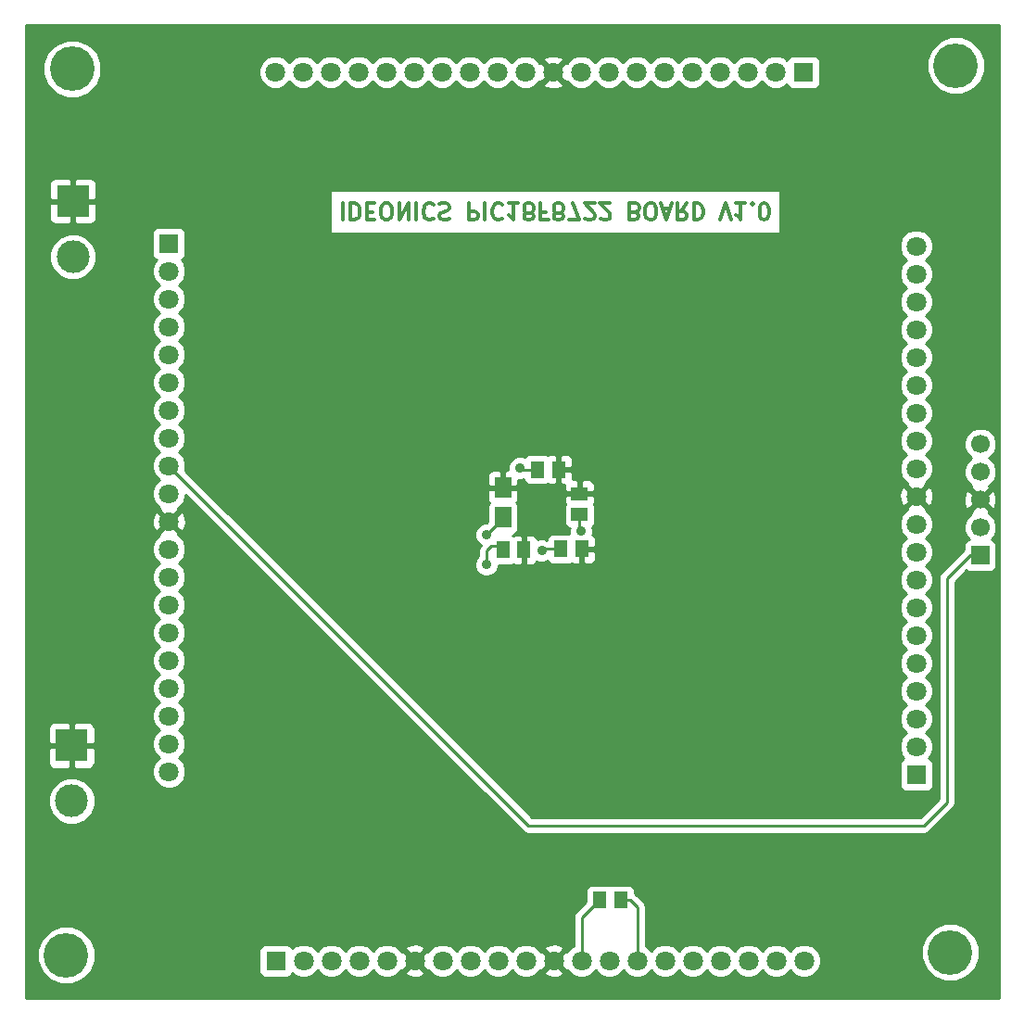
<source format=gbl>
G04 (created by PCBNEW (2013-07-07 BZR 4022)-stable) date 3/13/2015 2:12:22 PM*
%MOIN*%
G04 Gerber Fmt 3.4, Leading zero omitted, Abs format*
%FSLAX34Y34*%
G01*
G70*
G90*
G04 APERTURE LIST*
%ADD10C,0.00590551*%
%ADD11C,0.011811*%
%ADD12R,0.0669291X0.0669291*%
%ADD13C,0.0669291*%
%ADD14R,0.059X0.0512*%
%ADD15R,0.0512X0.059*%
%ADD16R,0.1181X0.1181*%
%ADD17C,0.1181*%
%ADD18R,0.0591X0.0768*%
%ADD19C,0.16*%
%ADD20R,0.0708661X0.0708661*%
%ADD21C,0.0708661*%
%ADD22C,0.035*%
%ADD23C,0.01*%
G04 APERTURE END LIST*
G54D10*
G54D11*
X54950Y-33160D02*
X54950Y-33751D01*
X55232Y-33160D02*
X55232Y-33751D01*
X55372Y-33751D01*
X55457Y-33723D01*
X55513Y-33667D01*
X55541Y-33610D01*
X55569Y-33498D01*
X55569Y-33414D01*
X55541Y-33301D01*
X55513Y-33245D01*
X55457Y-33189D01*
X55372Y-33160D01*
X55232Y-33160D01*
X55822Y-33470D02*
X56019Y-33470D01*
X56103Y-33160D02*
X55822Y-33160D01*
X55822Y-33751D01*
X56103Y-33751D01*
X56469Y-33751D02*
X56582Y-33751D01*
X56638Y-33723D01*
X56694Y-33667D01*
X56722Y-33554D01*
X56722Y-33357D01*
X56694Y-33245D01*
X56638Y-33189D01*
X56582Y-33160D01*
X56469Y-33160D01*
X56413Y-33189D01*
X56357Y-33245D01*
X56328Y-33357D01*
X56328Y-33554D01*
X56357Y-33667D01*
X56413Y-33723D01*
X56469Y-33751D01*
X56975Y-33160D02*
X56975Y-33751D01*
X57313Y-33160D01*
X57313Y-33751D01*
X57594Y-33160D02*
X57594Y-33751D01*
X58213Y-33217D02*
X58184Y-33189D01*
X58100Y-33160D01*
X58044Y-33160D01*
X57959Y-33189D01*
X57903Y-33245D01*
X57875Y-33301D01*
X57847Y-33414D01*
X57847Y-33498D01*
X57875Y-33610D01*
X57903Y-33667D01*
X57959Y-33723D01*
X58044Y-33751D01*
X58100Y-33751D01*
X58184Y-33723D01*
X58213Y-33695D01*
X58438Y-33189D02*
X58522Y-33160D01*
X58662Y-33160D01*
X58719Y-33189D01*
X58747Y-33217D01*
X58775Y-33273D01*
X58775Y-33329D01*
X58747Y-33385D01*
X58719Y-33414D01*
X58662Y-33442D01*
X58550Y-33470D01*
X58494Y-33498D01*
X58466Y-33526D01*
X58438Y-33582D01*
X58438Y-33639D01*
X58466Y-33695D01*
X58494Y-33723D01*
X58550Y-33751D01*
X58691Y-33751D01*
X58775Y-33723D01*
X59478Y-33160D02*
X59478Y-33751D01*
X59703Y-33751D01*
X59759Y-33723D01*
X59787Y-33695D01*
X59815Y-33639D01*
X59815Y-33554D01*
X59787Y-33498D01*
X59759Y-33470D01*
X59703Y-33442D01*
X59478Y-33442D01*
X60069Y-33160D02*
X60069Y-33751D01*
X60687Y-33217D02*
X60659Y-33189D01*
X60575Y-33160D01*
X60519Y-33160D01*
X60434Y-33189D01*
X60378Y-33245D01*
X60350Y-33301D01*
X60322Y-33414D01*
X60322Y-33498D01*
X60350Y-33610D01*
X60378Y-33667D01*
X60434Y-33723D01*
X60519Y-33751D01*
X60575Y-33751D01*
X60659Y-33723D01*
X60687Y-33695D01*
X61250Y-33160D02*
X60912Y-33160D01*
X61081Y-33160D02*
X61081Y-33751D01*
X61025Y-33667D01*
X60968Y-33610D01*
X60912Y-33582D01*
X61587Y-33498D02*
X61531Y-33526D01*
X61503Y-33554D01*
X61475Y-33610D01*
X61475Y-33639D01*
X61503Y-33695D01*
X61531Y-33723D01*
X61587Y-33751D01*
X61700Y-33751D01*
X61756Y-33723D01*
X61784Y-33695D01*
X61812Y-33639D01*
X61812Y-33610D01*
X61784Y-33554D01*
X61756Y-33526D01*
X61700Y-33498D01*
X61587Y-33498D01*
X61531Y-33470D01*
X61503Y-33442D01*
X61475Y-33385D01*
X61475Y-33273D01*
X61503Y-33217D01*
X61531Y-33189D01*
X61587Y-33160D01*
X61700Y-33160D01*
X61756Y-33189D01*
X61784Y-33217D01*
X61812Y-33273D01*
X61812Y-33385D01*
X61784Y-33442D01*
X61756Y-33470D01*
X61700Y-33498D01*
X62262Y-33470D02*
X62065Y-33470D01*
X62065Y-33160D02*
X62065Y-33751D01*
X62346Y-33751D01*
X62656Y-33498D02*
X62600Y-33526D01*
X62571Y-33554D01*
X62543Y-33610D01*
X62543Y-33639D01*
X62571Y-33695D01*
X62600Y-33723D01*
X62656Y-33751D01*
X62768Y-33751D01*
X62824Y-33723D01*
X62853Y-33695D01*
X62881Y-33639D01*
X62881Y-33610D01*
X62853Y-33554D01*
X62824Y-33526D01*
X62768Y-33498D01*
X62656Y-33498D01*
X62600Y-33470D01*
X62571Y-33442D01*
X62543Y-33385D01*
X62543Y-33273D01*
X62571Y-33217D01*
X62600Y-33189D01*
X62656Y-33160D01*
X62768Y-33160D01*
X62824Y-33189D01*
X62853Y-33217D01*
X62881Y-33273D01*
X62881Y-33385D01*
X62853Y-33442D01*
X62824Y-33470D01*
X62768Y-33498D01*
X63078Y-33751D02*
X63471Y-33751D01*
X63218Y-33160D01*
X63668Y-33695D02*
X63696Y-33723D01*
X63752Y-33751D01*
X63893Y-33751D01*
X63949Y-33723D01*
X63977Y-33695D01*
X64006Y-33639D01*
X64006Y-33582D01*
X63977Y-33498D01*
X63640Y-33160D01*
X64006Y-33160D01*
X64231Y-33695D02*
X64259Y-33723D01*
X64315Y-33751D01*
X64456Y-33751D01*
X64512Y-33723D01*
X64540Y-33695D01*
X64568Y-33639D01*
X64568Y-33582D01*
X64540Y-33498D01*
X64202Y-33160D01*
X64568Y-33160D01*
X65468Y-33470D02*
X65552Y-33442D01*
X65580Y-33414D01*
X65608Y-33357D01*
X65608Y-33273D01*
X65580Y-33217D01*
X65552Y-33189D01*
X65496Y-33160D01*
X65271Y-33160D01*
X65271Y-33751D01*
X65468Y-33751D01*
X65524Y-33723D01*
X65552Y-33695D01*
X65580Y-33639D01*
X65580Y-33582D01*
X65552Y-33526D01*
X65524Y-33498D01*
X65468Y-33470D01*
X65271Y-33470D01*
X65974Y-33751D02*
X66087Y-33751D01*
X66143Y-33723D01*
X66199Y-33667D01*
X66227Y-33554D01*
X66227Y-33357D01*
X66199Y-33245D01*
X66143Y-33189D01*
X66087Y-33160D01*
X65974Y-33160D01*
X65918Y-33189D01*
X65862Y-33245D01*
X65833Y-33357D01*
X65833Y-33554D01*
X65862Y-33667D01*
X65918Y-33723D01*
X65974Y-33751D01*
X66452Y-33329D02*
X66733Y-33329D01*
X66396Y-33160D02*
X66593Y-33751D01*
X66790Y-33160D01*
X67324Y-33160D02*
X67127Y-33442D01*
X66986Y-33160D02*
X66986Y-33751D01*
X67211Y-33751D01*
X67268Y-33723D01*
X67296Y-33695D01*
X67324Y-33639D01*
X67324Y-33554D01*
X67296Y-33498D01*
X67268Y-33470D01*
X67211Y-33442D01*
X66986Y-33442D01*
X67577Y-33160D02*
X67577Y-33751D01*
X67718Y-33751D01*
X67802Y-33723D01*
X67858Y-33667D01*
X67886Y-33610D01*
X67914Y-33498D01*
X67914Y-33414D01*
X67886Y-33301D01*
X67858Y-33245D01*
X67802Y-33189D01*
X67718Y-33160D01*
X67577Y-33160D01*
X68533Y-33751D02*
X68730Y-33160D01*
X68927Y-33751D01*
X69433Y-33160D02*
X69096Y-33160D01*
X69264Y-33160D02*
X69264Y-33751D01*
X69208Y-33667D01*
X69152Y-33610D01*
X69096Y-33582D01*
X69686Y-33217D02*
X69714Y-33189D01*
X69686Y-33160D01*
X69658Y-33189D01*
X69686Y-33217D01*
X69686Y-33160D01*
X70080Y-33751D02*
X70136Y-33751D01*
X70192Y-33723D01*
X70220Y-33695D01*
X70249Y-33639D01*
X70277Y-33526D01*
X70277Y-33385D01*
X70249Y-33273D01*
X70220Y-33217D01*
X70192Y-33189D01*
X70136Y-33160D01*
X70080Y-33160D01*
X70024Y-33189D01*
X69995Y-33217D01*
X69967Y-33273D01*
X69939Y-33385D01*
X69939Y-33526D01*
X69967Y-33639D01*
X69995Y-33695D01*
X70024Y-33723D01*
X70080Y-33751D01*
G54D12*
X77880Y-45820D03*
G54D13*
X77880Y-44820D03*
X77880Y-43820D03*
X77880Y-42820D03*
X77880Y-41820D03*
G54D14*
X63469Y-44350D03*
X63469Y-43600D03*
G54D15*
X60708Y-45621D03*
X61458Y-45621D03*
X61960Y-42731D03*
X62710Y-42731D03*
X62803Y-45593D03*
X63553Y-45593D03*
X64191Y-58208D03*
X64941Y-58208D03*
G54D16*
X45200Y-52660D03*
G54D17*
X45200Y-54660D03*
G54D18*
X60713Y-44461D03*
X60713Y-43379D03*
G54D19*
X45220Y-28320D03*
X45000Y-60200D03*
X77000Y-28200D03*
X76800Y-60100D03*
G54D20*
X52540Y-60400D03*
G54D21*
X53540Y-60400D03*
X54540Y-60400D03*
X55540Y-60400D03*
X56540Y-60400D03*
X57540Y-60400D03*
X58540Y-60400D03*
X59540Y-60400D03*
X60540Y-60400D03*
X61540Y-60400D03*
X62540Y-60400D03*
X63540Y-60400D03*
X64540Y-60400D03*
X65540Y-60400D03*
X66540Y-60400D03*
X67540Y-60400D03*
X68540Y-60400D03*
X69540Y-60400D03*
X70540Y-60400D03*
X71540Y-60400D03*
G54D20*
X48700Y-34600D03*
G54D21*
X48700Y-35600D03*
X48700Y-36600D03*
X48700Y-37600D03*
X48700Y-38600D03*
X48700Y-39600D03*
X48700Y-40600D03*
X48700Y-41600D03*
X48700Y-42600D03*
X48700Y-43600D03*
X48700Y-44600D03*
X48700Y-45600D03*
X48700Y-46600D03*
X48700Y-47600D03*
X48700Y-48600D03*
X48700Y-49600D03*
X48700Y-50600D03*
X48700Y-51600D03*
X48700Y-52600D03*
X48700Y-53600D03*
G54D20*
X75580Y-53700D03*
G54D21*
X75580Y-52700D03*
X75580Y-51700D03*
X75580Y-50700D03*
X75580Y-49700D03*
X75580Y-48700D03*
X75580Y-47700D03*
X75580Y-46700D03*
X75580Y-45700D03*
X75580Y-44700D03*
X75580Y-43700D03*
X75580Y-42700D03*
X75580Y-41700D03*
X75580Y-40700D03*
X75580Y-39700D03*
X75580Y-38700D03*
X75580Y-37700D03*
X75580Y-36700D03*
X75580Y-35700D03*
X75580Y-34700D03*
G54D20*
X71520Y-28440D03*
G54D21*
X70520Y-28440D03*
X69520Y-28440D03*
X68520Y-28440D03*
X67520Y-28440D03*
X66520Y-28440D03*
X65520Y-28440D03*
X64520Y-28440D03*
X63520Y-28440D03*
X62520Y-28440D03*
X61520Y-28440D03*
X60520Y-28440D03*
X59520Y-28440D03*
X58520Y-28440D03*
X57520Y-28440D03*
X56520Y-28440D03*
X55520Y-28440D03*
X54520Y-28440D03*
X53520Y-28440D03*
X52520Y-28440D03*
G54D16*
X45240Y-33080D03*
G54D17*
X45240Y-35080D03*
G54D22*
X63523Y-44960D03*
X62106Y-45649D03*
X60118Y-46161D03*
X60118Y-45078D03*
X61318Y-42677D03*
X77401Y-53877D03*
X44842Y-40551D03*
X44704Y-50511D03*
X51279Y-31318D03*
G54D23*
X63540Y-60400D02*
X63540Y-58860D01*
X63540Y-58860D02*
X64191Y-58208D01*
X63469Y-44906D02*
X63469Y-44350D01*
X63523Y-44960D02*
X63469Y-44906D01*
X62106Y-45649D02*
X62162Y-45593D01*
X62162Y-45593D02*
X62803Y-45593D01*
X60579Y-45492D02*
X60708Y-45621D01*
X60295Y-45492D02*
X60579Y-45492D01*
X60137Y-45649D02*
X60295Y-45492D01*
X60137Y-46141D02*
X60137Y-45649D01*
X60118Y-46161D02*
X60137Y-46141D01*
X60713Y-44483D02*
X60713Y-44461D01*
X60118Y-45078D02*
X60713Y-44483D01*
X61373Y-42731D02*
X61960Y-42731D01*
X61318Y-42677D02*
X61373Y-42731D01*
X77880Y-45820D02*
X77506Y-45820D01*
X61631Y-55531D02*
X48700Y-42600D01*
X75846Y-55531D02*
X61631Y-55531D01*
X76673Y-54704D02*
X75846Y-55531D01*
X76673Y-46653D02*
X76673Y-54704D01*
X77506Y-45820D02*
X76673Y-46653D01*
X64941Y-58208D02*
X65275Y-58208D01*
X65540Y-58473D02*
X65540Y-60400D01*
X65275Y-58208D02*
X65540Y-58473D01*
X77401Y-53877D02*
X77401Y-53858D01*
G54D10*
G36*
X78550Y-61750D02*
X78469Y-61750D01*
X78469Y-43910D01*
X78464Y-43809D01*
X78464Y-42704D01*
X78375Y-42489D01*
X78211Y-42324D01*
X78200Y-42320D01*
X78210Y-42315D01*
X78375Y-42151D01*
X78464Y-41936D01*
X78464Y-41704D01*
X78375Y-41489D01*
X78211Y-41324D01*
X78050Y-41257D01*
X78050Y-27992D01*
X77890Y-27606D01*
X77595Y-27310D01*
X77209Y-27150D01*
X76792Y-27149D01*
X76406Y-27309D01*
X76110Y-27604D01*
X75950Y-27990D01*
X75949Y-28407D01*
X76109Y-28794D01*
X76404Y-29089D01*
X76790Y-29249D01*
X77207Y-29250D01*
X77594Y-29090D01*
X77889Y-28795D01*
X78049Y-28409D01*
X78050Y-27992D01*
X78050Y-41257D01*
X77996Y-41235D01*
X77764Y-41235D01*
X77549Y-41324D01*
X77384Y-41488D01*
X77295Y-41703D01*
X77295Y-41935D01*
X77384Y-42150D01*
X77548Y-42315D01*
X77559Y-42319D01*
X77549Y-42324D01*
X77384Y-42488D01*
X77295Y-42703D01*
X77295Y-42935D01*
X77384Y-43150D01*
X77548Y-43315D01*
X77567Y-43323D01*
X77539Y-43408D01*
X77880Y-43749D01*
X78220Y-43408D01*
X78192Y-43323D01*
X78210Y-43315D01*
X78375Y-43151D01*
X78464Y-42936D01*
X78464Y-42704D01*
X78464Y-43809D01*
X78458Y-43677D01*
X78389Y-43511D01*
X78291Y-43479D01*
X77950Y-43820D01*
X78291Y-44160D01*
X78389Y-44128D01*
X78469Y-43910D01*
X78469Y-61750D01*
X78464Y-61750D01*
X78464Y-44704D01*
X78375Y-44489D01*
X78211Y-44324D01*
X78192Y-44316D01*
X78220Y-44231D01*
X77880Y-43890D01*
X77809Y-43961D01*
X77809Y-43820D01*
X77468Y-43479D01*
X77370Y-43511D01*
X77290Y-43729D01*
X77301Y-43962D01*
X77370Y-44128D01*
X77468Y-44160D01*
X77809Y-43820D01*
X77809Y-43961D01*
X77539Y-44231D01*
X77567Y-44316D01*
X77549Y-44324D01*
X77384Y-44488D01*
X77295Y-44703D01*
X77295Y-44935D01*
X77384Y-45150D01*
X77476Y-45243D01*
X77403Y-45273D01*
X77333Y-45343D01*
X77295Y-45435D01*
X77295Y-45534D01*
X77295Y-45607D01*
X77294Y-45607D01*
X76461Y-46441D01*
X76396Y-46538D01*
X76373Y-46653D01*
X76373Y-54580D01*
X76188Y-54764D01*
X76188Y-43794D01*
X76184Y-43689D01*
X76184Y-42580D01*
X76092Y-42358D01*
X75934Y-42199D01*
X76092Y-42042D01*
X76184Y-41820D01*
X76184Y-41580D01*
X76092Y-41358D01*
X75934Y-41199D01*
X76092Y-41042D01*
X76184Y-40820D01*
X76184Y-40580D01*
X76092Y-40358D01*
X75934Y-40199D01*
X76092Y-40042D01*
X76184Y-39820D01*
X76184Y-39580D01*
X76092Y-39358D01*
X75934Y-39199D01*
X76092Y-39042D01*
X76184Y-38820D01*
X76184Y-38580D01*
X76092Y-38358D01*
X75934Y-38199D01*
X76092Y-38042D01*
X76184Y-37820D01*
X76184Y-37580D01*
X76092Y-37358D01*
X75934Y-37199D01*
X76092Y-37042D01*
X76184Y-36820D01*
X76184Y-36580D01*
X76092Y-36358D01*
X75934Y-36199D01*
X76092Y-36042D01*
X76184Y-35820D01*
X76184Y-35580D01*
X76092Y-35358D01*
X75934Y-35199D01*
X76092Y-35042D01*
X76184Y-34820D01*
X76184Y-34580D01*
X76092Y-34358D01*
X75922Y-34187D01*
X75700Y-34095D01*
X75460Y-34095D01*
X75238Y-34187D01*
X75067Y-34357D01*
X74975Y-34579D01*
X74975Y-34819D01*
X75067Y-35041D01*
X75225Y-35200D01*
X75067Y-35357D01*
X74975Y-35579D01*
X74975Y-35819D01*
X75067Y-36041D01*
X75225Y-36200D01*
X75067Y-36357D01*
X74975Y-36579D01*
X74975Y-36819D01*
X75067Y-37041D01*
X75225Y-37200D01*
X75067Y-37357D01*
X74975Y-37579D01*
X74975Y-37819D01*
X75067Y-38041D01*
X75225Y-38200D01*
X75067Y-38357D01*
X74975Y-38579D01*
X74975Y-38819D01*
X75067Y-39041D01*
X75225Y-39200D01*
X75067Y-39357D01*
X74975Y-39579D01*
X74975Y-39819D01*
X75067Y-40041D01*
X75225Y-40200D01*
X75067Y-40357D01*
X74975Y-40579D01*
X74975Y-40819D01*
X75067Y-41041D01*
X75225Y-41200D01*
X75067Y-41357D01*
X74975Y-41579D01*
X74975Y-41819D01*
X75067Y-42041D01*
X75225Y-42200D01*
X75067Y-42357D01*
X74975Y-42579D01*
X74975Y-42819D01*
X75067Y-43041D01*
X75237Y-43212D01*
X75245Y-43215D01*
X75225Y-43274D01*
X75580Y-43629D01*
X75934Y-43274D01*
X75914Y-43215D01*
X75921Y-43212D01*
X76092Y-43042D01*
X76184Y-42820D01*
X76184Y-42580D01*
X76184Y-43689D01*
X76178Y-43554D01*
X76106Y-43379D01*
X76005Y-43345D01*
X75650Y-43700D01*
X76005Y-44054D01*
X76106Y-44020D01*
X76188Y-43794D01*
X76188Y-54764D01*
X76184Y-54769D01*
X76184Y-52580D01*
X76092Y-52358D01*
X75934Y-52199D01*
X76092Y-52042D01*
X76184Y-51820D01*
X76184Y-51580D01*
X76092Y-51358D01*
X75934Y-51199D01*
X76092Y-51042D01*
X76184Y-50820D01*
X76184Y-50580D01*
X76092Y-50358D01*
X75934Y-50199D01*
X76092Y-50042D01*
X76184Y-49820D01*
X76184Y-49580D01*
X76092Y-49358D01*
X75934Y-49199D01*
X76092Y-49042D01*
X76184Y-48820D01*
X76184Y-48580D01*
X76092Y-48358D01*
X75934Y-48199D01*
X76092Y-48042D01*
X76184Y-47820D01*
X76184Y-47580D01*
X76092Y-47358D01*
X75934Y-47199D01*
X76092Y-47042D01*
X76184Y-46820D01*
X76184Y-46580D01*
X76092Y-46358D01*
X75934Y-46199D01*
X76092Y-46042D01*
X76184Y-45820D01*
X76184Y-45580D01*
X76092Y-45358D01*
X75934Y-45199D01*
X76092Y-45042D01*
X76184Y-44820D01*
X76184Y-44580D01*
X76092Y-44358D01*
X75922Y-44187D01*
X75914Y-44184D01*
X75934Y-44125D01*
X75580Y-43770D01*
X75509Y-43841D01*
X75509Y-43700D01*
X75154Y-43345D01*
X75053Y-43379D01*
X74971Y-43605D01*
X74981Y-43845D01*
X75053Y-44020D01*
X75154Y-44054D01*
X75509Y-43700D01*
X75509Y-43841D01*
X75225Y-44125D01*
X75245Y-44184D01*
X75238Y-44187D01*
X75067Y-44357D01*
X74975Y-44579D01*
X74975Y-44819D01*
X75067Y-45041D01*
X75225Y-45200D01*
X75067Y-45357D01*
X74975Y-45579D01*
X74975Y-45819D01*
X75067Y-46041D01*
X75225Y-46200D01*
X75067Y-46357D01*
X74975Y-46579D01*
X74975Y-46819D01*
X75067Y-47041D01*
X75225Y-47200D01*
X75067Y-47357D01*
X74975Y-47579D01*
X74975Y-47819D01*
X75067Y-48041D01*
X75225Y-48200D01*
X75067Y-48357D01*
X74975Y-48579D01*
X74975Y-48819D01*
X75067Y-49041D01*
X75225Y-49200D01*
X75067Y-49357D01*
X74975Y-49579D01*
X74975Y-49819D01*
X75067Y-50041D01*
X75225Y-50200D01*
X75067Y-50357D01*
X74975Y-50579D01*
X74975Y-50819D01*
X75067Y-51041D01*
X75225Y-51200D01*
X75067Y-51357D01*
X74975Y-51579D01*
X74975Y-51819D01*
X75067Y-52041D01*
X75225Y-52200D01*
X75067Y-52357D01*
X74975Y-52579D01*
X74975Y-52819D01*
X75067Y-53041D01*
X75137Y-53111D01*
X75084Y-53133D01*
X75013Y-53203D01*
X74975Y-53295D01*
X74975Y-53395D01*
X74975Y-54103D01*
X75013Y-54195D01*
X75083Y-54266D01*
X75175Y-54304D01*
X75275Y-54304D01*
X75983Y-54304D01*
X76075Y-54266D01*
X76146Y-54196D01*
X76184Y-54104D01*
X76184Y-54004D01*
X76184Y-53296D01*
X76146Y-53204D01*
X76076Y-53133D01*
X76022Y-53111D01*
X76092Y-53042D01*
X76184Y-52820D01*
X76184Y-52580D01*
X76184Y-54769D01*
X75722Y-55231D01*
X72124Y-55231D01*
X72124Y-28744D01*
X72124Y-28036D01*
X72086Y-27944D01*
X72016Y-27873D01*
X71924Y-27835D01*
X71824Y-27835D01*
X71116Y-27835D01*
X71024Y-27873D01*
X70953Y-27943D01*
X70931Y-27997D01*
X70862Y-27927D01*
X70640Y-27835D01*
X70400Y-27835D01*
X70178Y-27927D01*
X70019Y-28085D01*
X69862Y-27927D01*
X69640Y-27835D01*
X69400Y-27835D01*
X69178Y-27927D01*
X69019Y-28085D01*
X68862Y-27927D01*
X68640Y-27835D01*
X68400Y-27835D01*
X68178Y-27927D01*
X68019Y-28085D01*
X67862Y-27927D01*
X67640Y-27835D01*
X67400Y-27835D01*
X67178Y-27927D01*
X67019Y-28085D01*
X66862Y-27927D01*
X66640Y-27835D01*
X66400Y-27835D01*
X66178Y-27927D01*
X66019Y-28085D01*
X65862Y-27927D01*
X65640Y-27835D01*
X65400Y-27835D01*
X65178Y-27927D01*
X65019Y-28085D01*
X64862Y-27927D01*
X64640Y-27835D01*
X64400Y-27835D01*
X64178Y-27927D01*
X64019Y-28085D01*
X63862Y-27927D01*
X63640Y-27835D01*
X63400Y-27835D01*
X63178Y-27927D01*
X63007Y-28097D01*
X63004Y-28105D01*
X62945Y-28085D01*
X62874Y-28156D01*
X62874Y-28014D01*
X62840Y-27913D01*
X62614Y-27831D01*
X62374Y-27841D01*
X62199Y-27913D01*
X62165Y-28014D01*
X62520Y-28369D01*
X62874Y-28014D01*
X62874Y-28156D01*
X62590Y-28440D01*
X62945Y-28794D01*
X63004Y-28774D01*
X63007Y-28781D01*
X63177Y-28952D01*
X63399Y-29044D01*
X63639Y-29044D01*
X63861Y-28952D01*
X64020Y-28794D01*
X64177Y-28952D01*
X64399Y-29044D01*
X64639Y-29044D01*
X64861Y-28952D01*
X65020Y-28794D01*
X65177Y-28952D01*
X65399Y-29044D01*
X65639Y-29044D01*
X65861Y-28952D01*
X66020Y-28794D01*
X66177Y-28952D01*
X66399Y-29044D01*
X66639Y-29044D01*
X66861Y-28952D01*
X67020Y-28794D01*
X67177Y-28952D01*
X67399Y-29044D01*
X67639Y-29044D01*
X67861Y-28952D01*
X68020Y-28794D01*
X68177Y-28952D01*
X68399Y-29044D01*
X68639Y-29044D01*
X68861Y-28952D01*
X69020Y-28794D01*
X69177Y-28952D01*
X69399Y-29044D01*
X69639Y-29044D01*
X69861Y-28952D01*
X70020Y-28794D01*
X70177Y-28952D01*
X70399Y-29044D01*
X70639Y-29044D01*
X70861Y-28952D01*
X70931Y-28882D01*
X70953Y-28935D01*
X71023Y-29006D01*
X71115Y-29044D01*
X71215Y-29044D01*
X71923Y-29044D01*
X72015Y-29006D01*
X72086Y-28936D01*
X72124Y-28844D01*
X72124Y-28744D01*
X72124Y-55231D01*
X70698Y-55231D01*
X70698Y-34240D01*
X70698Y-32677D01*
X62874Y-32677D01*
X62874Y-28865D01*
X62520Y-28510D01*
X62449Y-28581D01*
X62449Y-28440D01*
X62094Y-28085D01*
X62035Y-28105D01*
X62032Y-28098D01*
X61862Y-27927D01*
X61640Y-27835D01*
X61400Y-27835D01*
X61178Y-27927D01*
X61019Y-28085D01*
X60862Y-27927D01*
X60640Y-27835D01*
X60400Y-27835D01*
X60178Y-27927D01*
X60019Y-28085D01*
X59862Y-27927D01*
X59640Y-27835D01*
X59400Y-27835D01*
X59178Y-27927D01*
X59019Y-28085D01*
X58862Y-27927D01*
X58640Y-27835D01*
X58400Y-27835D01*
X58178Y-27927D01*
X58019Y-28085D01*
X57862Y-27927D01*
X57640Y-27835D01*
X57400Y-27835D01*
X57178Y-27927D01*
X57019Y-28085D01*
X56862Y-27927D01*
X56640Y-27835D01*
X56400Y-27835D01*
X56178Y-27927D01*
X56019Y-28085D01*
X55862Y-27927D01*
X55640Y-27835D01*
X55400Y-27835D01*
X55178Y-27927D01*
X55019Y-28085D01*
X54862Y-27927D01*
X54640Y-27835D01*
X54400Y-27835D01*
X54178Y-27927D01*
X54019Y-28085D01*
X53862Y-27927D01*
X53640Y-27835D01*
X53400Y-27835D01*
X53178Y-27927D01*
X53019Y-28085D01*
X52862Y-27927D01*
X52640Y-27835D01*
X52400Y-27835D01*
X52178Y-27927D01*
X52007Y-28097D01*
X51915Y-28319D01*
X51915Y-28559D01*
X52007Y-28781D01*
X52177Y-28952D01*
X52399Y-29044D01*
X52639Y-29044D01*
X52861Y-28952D01*
X53020Y-28794D01*
X53177Y-28952D01*
X53399Y-29044D01*
X53639Y-29044D01*
X53861Y-28952D01*
X54020Y-28794D01*
X54177Y-28952D01*
X54399Y-29044D01*
X54639Y-29044D01*
X54861Y-28952D01*
X55020Y-28794D01*
X55177Y-28952D01*
X55399Y-29044D01*
X55639Y-29044D01*
X55861Y-28952D01*
X56020Y-28794D01*
X56177Y-28952D01*
X56399Y-29044D01*
X56639Y-29044D01*
X56861Y-28952D01*
X57020Y-28794D01*
X57177Y-28952D01*
X57399Y-29044D01*
X57639Y-29044D01*
X57861Y-28952D01*
X58020Y-28794D01*
X58177Y-28952D01*
X58399Y-29044D01*
X58639Y-29044D01*
X58861Y-28952D01*
X59020Y-28794D01*
X59177Y-28952D01*
X59399Y-29044D01*
X59639Y-29044D01*
X59861Y-28952D01*
X60020Y-28794D01*
X60177Y-28952D01*
X60399Y-29044D01*
X60639Y-29044D01*
X60861Y-28952D01*
X61020Y-28794D01*
X61177Y-28952D01*
X61399Y-29044D01*
X61639Y-29044D01*
X61861Y-28952D01*
X62032Y-28782D01*
X62035Y-28774D01*
X62094Y-28794D01*
X62449Y-28440D01*
X62449Y-28581D01*
X62165Y-28865D01*
X62199Y-28966D01*
X62425Y-29048D01*
X62665Y-29038D01*
X62840Y-28966D01*
X62874Y-28865D01*
X62874Y-32677D01*
X54501Y-32677D01*
X54501Y-34240D01*
X70698Y-34240D01*
X70698Y-55231D01*
X64059Y-55231D01*
X64059Y-45839D01*
X64059Y-45348D01*
X64059Y-45248D01*
X64020Y-45156D01*
X63950Y-45086D01*
X63934Y-45079D01*
X63948Y-45045D01*
X63948Y-44876D01*
X63919Y-44805D01*
X63976Y-44748D01*
X64014Y-44656D01*
X64014Y-44557D01*
X64014Y-44045D01*
X63985Y-43975D01*
X64014Y-43906D01*
X64014Y-43295D01*
X63976Y-43203D01*
X63906Y-43132D01*
X63814Y-43094D01*
X63714Y-43094D01*
X63581Y-43094D01*
X63519Y-43157D01*
X63519Y-43550D01*
X63951Y-43550D01*
X64014Y-43488D01*
X64014Y-43295D01*
X64014Y-43906D01*
X64014Y-43713D01*
X63951Y-43650D01*
X63519Y-43650D01*
X63519Y-43658D01*
X63419Y-43658D01*
X63419Y-43650D01*
X63419Y-43550D01*
X63419Y-43157D01*
X63356Y-43094D01*
X63223Y-43094D01*
X63209Y-43094D01*
X63216Y-43076D01*
X63216Y-42976D01*
X63216Y-42486D01*
X63216Y-42386D01*
X63178Y-42294D01*
X63108Y-42224D01*
X63016Y-42186D01*
X62823Y-42186D01*
X62760Y-42248D01*
X62760Y-42681D01*
X63154Y-42681D01*
X63216Y-42618D01*
X63216Y-42486D01*
X63216Y-42976D01*
X63216Y-42843D01*
X63154Y-42781D01*
X62760Y-42781D01*
X62760Y-43213D01*
X62823Y-43276D01*
X62932Y-43276D01*
X62924Y-43295D01*
X62924Y-43488D01*
X62986Y-43550D01*
X63419Y-43550D01*
X63419Y-43650D01*
X62986Y-43650D01*
X62924Y-43713D01*
X62924Y-43906D01*
X62953Y-43975D01*
X62924Y-44044D01*
X62924Y-44144D01*
X62924Y-44656D01*
X62962Y-44748D01*
X63032Y-44818D01*
X63109Y-44850D01*
X63098Y-44875D01*
X63098Y-45044D01*
X63100Y-45048D01*
X63009Y-45048D01*
X62660Y-45048D01*
X62660Y-43213D01*
X62660Y-42781D01*
X62652Y-42781D01*
X62652Y-42681D01*
X62660Y-42681D01*
X62660Y-42248D01*
X62598Y-42186D01*
X62405Y-42186D01*
X62335Y-42215D01*
X62266Y-42186D01*
X62167Y-42186D01*
X61655Y-42186D01*
X61563Y-42224D01*
X61496Y-42290D01*
X61403Y-42252D01*
X61234Y-42252D01*
X61078Y-42316D01*
X60958Y-42436D01*
X60893Y-42592D01*
X60893Y-42745D01*
X60826Y-42745D01*
X60763Y-42807D01*
X60763Y-43329D01*
X61196Y-43329D01*
X61259Y-43266D01*
X61259Y-43102D01*
X61403Y-43102D01*
X61456Y-43080D01*
X61492Y-43167D01*
X61562Y-43238D01*
X61654Y-43276D01*
X61754Y-43276D01*
X62266Y-43276D01*
X62335Y-43247D01*
X62405Y-43276D01*
X62598Y-43276D01*
X62660Y-43213D01*
X62660Y-45048D01*
X62497Y-45048D01*
X62405Y-45086D01*
X62335Y-45156D01*
X62297Y-45248D01*
X62297Y-45268D01*
X62191Y-45224D01*
X62022Y-45224D01*
X61954Y-45252D01*
X61926Y-45184D01*
X61856Y-45114D01*
X61764Y-45076D01*
X61571Y-45076D01*
X61508Y-45138D01*
X61508Y-45571D01*
X61516Y-45571D01*
X61516Y-45671D01*
X61508Y-45671D01*
X61508Y-46103D01*
X61571Y-46166D01*
X61764Y-46166D01*
X61856Y-46128D01*
X61926Y-46058D01*
X61934Y-46038D01*
X62021Y-46074D01*
X62190Y-46074D01*
X62329Y-46017D01*
X62335Y-46030D01*
X62405Y-46100D01*
X62497Y-46138D01*
X62596Y-46138D01*
X63108Y-46138D01*
X63178Y-46110D01*
X63247Y-46138D01*
X63440Y-46138D01*
X63503Y-46076D01*
X63503Y-45643D01*
X63495Y-45643D01*
X63495Y-45543D01*
X63503Y-45543D01*
X63503Y-45535D01*
X63603Y-45535D01*
X63603Y-45543D01*
X63996Y-45543D01*
X64059Y-45481D01*
X64059Y-45348D01*
X64059Y-45839D01*
X64059Y-45706D01*
X63996Y-45643D01*
X63603Y-45643D01*
X63603Y-46076D01*
X63665Y-46138D01*
X63858Y-46138D01*
X63950Y-46100D01*
X64020Y-46030D01*
X64059Y-45938D01*
X64059Y-45839D01*
X64059Y-55231D01*
X61755Y-55231D01*
X61408Y-54884D01*
X61408Y-46103D01*
X61408Y-45671D01*
X61400Y-45671D01*
X61400Y-45571D01*
X61408Y-45571D01*
X61408Y-45138D01*
X61346Y-45076D01*
X61153Y-45076D01*
X61083Y-45104D01*
X61059Y-45095D01*
X61150Y-45057D01*
X61220Y-44987D01*
X61258Y-44895D01*
X61259Y-44795D01*
X61259Y-44027D01*
X61221Y-43936D01*
X61205Y-43920D01*
X61221Y-43904D01*
X61259Y-43812D01*
X61259Y-43491D01*
X61196Y-43429D01*
X60763Y-43429D01*
X60763Y-43437D01*
X60663Y-43437D01*
X60663Y-43429D01*
X60663Y-43329D01*
X60663Y-42807D01*
X60601Y-42745D01*
X60467Y-42745D01*
X60368Y-42745D01*
X60276Y-42783D01*
X60205Y-42854D01*
X60168Y-42945D01*
X60168Y-43266D01*
X60230Y-43329D01*
X60663Y-43329D01*
X60663Y-43429D01*
X60230Y-43429D01*
X60168Y-43491D01*
X60168Y-43812D01*
X60205Y-43904D01*
X60221Y-43920D01*
X60206Y-43935D01*
X60168Y-44027D01*
X60168Y-44126D01*
X60168Y-44604D01*
X60118Y-44653D01*
X60033Y-44653D01*
X59877Y-44718D01*
X59758Y-44837D01*
X59693Y-44993D01*
X59693Y-45162D01*
X59757Y-45319D01*
X59877Y-45438D01*
X59914Y-45454D01*
X59860Y-45534D01*
X59837Y-45649D01*
X59837Y-45840D01*
X59758Y-45920D01*
X59693Y-46076D01*
X59693Y-46245D01*
X59757Y-46401D01*
X59877Y-46521D01*
X60033Y-46586D01*
X60202Y-46586D01*
X60358Y-46521D01*
X60478Y-46402D01*
X60543Y-46246D01*
X60543Y-46166D01*
X61014Y-46166D01*
X61083Y-46137D01*
X61153Y-46166D01*
X61346Y-46166D01*
X61408Y-46103D01*
X61408Y-54884D01*
X49286Y-42762D01*
X49304Y-42720D01*
X49304Y-42480D01*
X49212Y-42258D01*
X49054Y-42099D01*
X49212Y-41942D01*
X49304Y-41720D01*
X49304Y-41480D01*
X49212Y-41258D01*
X49054Y-41099D01*
X49212Y-40942D01*
X49304Y-40720D01*
X49304Y-40480D01*
X49212Y-40258D01*
X49054Y-40099D01*
X49212Y-39942D01*
X49304Y-39720D01*
X49304Y-39480D01*
X49212Y-39258D01*
X49054Y-39099D01*
X49212Y-38942D01*
X49304Y-38720D01*
X49304Y-38480D01*
X49212Y-38258D01*
X49054Y-38099D01*
X49212Y-37942D01*
X49304Y-37720D01*
X49304Y-37480D01*
X49212Y-37258D01*
X49054Y-37099D01*
X49212Y-36942D01*
X49304Y-36720D01*
X49304Y-36480D01*
X49212Y-36258D01*
X49054Y-36099D01*
X49212Y-35942D01*
X49304Y-35720D01*
X49304Y-35480D01*
X49212Y-35258D01*
X49142Y-35188D01*
X49195Y-35166D01*
X49266Y-35096D01*
X49304Y-35004D01*
X49304Y-34904D01*
X49304Y-34196D01*
X49266Y-34104D01*
X49196Y-34033D01*
X49104Y-33995D01*
X49004Y-33995D01*
X48296Y-33995D01*
X48204Y-34033D01*
X48133Y-34103D01*
X48095Y-34195D01*
X48095Y-34295D01*
X48095Y-35003D01*
X48133Y-35095D01*
X48203Y-35166D01*
X48257Y-35188D01*
X48187Y-35257D01*
X48095Y-35479D01*
X48095Y-35719D01*
X48187Y-35941D01*
X48345Y-36100D01*
X48187Y-36257D01*
X48095Y-36479D01*
X48095Y-36719D01*
X48187Y-36941D01*
X48345Y-37100D01*
X48187Y-37257D01*
X48095Y-37479D01*
X48095Y-37719D01*
X48187Y-37941D01*
X48345Y-38100D01*
X48187Y-38257D01*
X48095Y-38479D01*
X48095Y-38719D01*
X48187Y-38941D01*
X48345Y-39100D01*
X48187Y-39257D01*
X48095Y-39479D01*
X48095Y-39719D01*
X48187Y-39941D01*
X48345Y-40100D01*
X48187Y-40257D01*
X48095Y-40479D01*
X48095Y-40719D01*
X48187Y-40941D01*
X48345Y-41100D01*
X48187Y-41257D01*
X48095Y-41479D01*
X48095Y-41719D01*
X48187Y-41941D01*
X48345Y-42100D01*
X48187Y-42257D01*
X48095Y-42479D01*
X48095Y-42719D01*
X48187Y-42941D01*
X48345Y-43100D01*
X48187Y-43257D01*
X48095Y-43479D01*
X48095Y-43719D01*
X48187Y-43941D01*
X48357Y-44112D01*
X48365Y-44115D01*
X48345Y-44174D01*
X48700Y-44529D01*
X49054Y-44174D01*
X49034Y-44115D01*
X49041Y-44112D01*
X49212Y-43942D01*
X49304Y-43720D01*
X49304Y-43628D01*
X61419Y-55743D01*
X61419Y-55743D01*
X61516Y-55808D01*
X61631Y-55831D01*
X75846Y-55831D01*
X75846Y-55831D01*
X75961Y-55808D01*
X75961Y-55808D01*
X76058Y-55743D01*
X76885Y-54916D01*
X76885Y-54916D01*
X76950Y-54819D01*
X76973Y-54704D01*
X76973Y-54704D01*
X76973Y-46777D01*
X77394Y-46356D01*
X77403Y-46366D01*
X77495Y-46404D01*
X77594Y-46404D01*
X78264Y-46404D01*
X78356Y-46366D01*
X78426Y-46296D01*
X78464Y-46204D01*
X78464Y-46105D01*
X78464Y-45435D01*
X78426Y-45343D01*
X78356Y-45273D01*
X78283Y-45243D01*
X78375Y-45151D01*
X78464Y-44936D01*
X78464Y-44704D01*
X78464Y-61750D01*
X77850Y-61750D01*
X77850Y-59892D01*
X77690Y-59506D01*
X77395Y-59210D01*
X77009Y-59050D01*
X76592Y-59049D01*
X76206Y-59209D01*
X75910Y-59504D01*
X75750Y-59890D01*
X75749Y-60307D01*
X75909Y-60694D01*
X76204Y-60989D01*
X76590Y-61149D01*
X77007Y-61150D01*
X77394Y-60990D01*
X77689Y-60695D01*
X77849Y-60309D01*
X77850Y-59892D01*
X77850Y-61750D01*
X72144Y-61750D01*
X72144Y-60280D01*
X72052Y-60058D01*
X71882Y-59887D01*
X71660Y-59795D01*
X71420Y-59795D01*
X71198Y-59887D01*
X71039Y-60045D01*
X70882Y-59887D01*
X70660Y-59795D01*
X70420Y-59795D01*
X70198Y-59887D01*
X70039Y-60045D01*
X69882Y-59887D01*
X69660Y-59795D01*
X69420Y-59795D01*
X69198Y-59887D01*
X69039Y-60045D01*
X68882Y-59887D01*
X68660Y-59795D01*
X68420Y-59795D01*
X68198Y-59887D01*
X68039Y-60045D01*
X67882Y-59887D01*
X67660Y-59795D01*
X67420Y-59795D01*
X67198Y-59887D01*
X67039Y-60045D01*
X66882Y-59887D01*
X66660Y-59795D01*
X66420Y-59795D01*
X66198Y-59887D01*
X66039Y-60045D01*
X65882Y-59887D01*
X65840Y-59870D01*
X65840Y-58473D01*
X65839Y-58473D01*
X65817Y-58358D01*
X65752Y-58260D01*
X65752Y-58260D01*
X65487Y-57996D01*
X65447Y-57969D01*
X65447Y-57864D01*
X65409Y-57772D01*
X65339Y-57701D01*
X65247Y-57663D01*
X65148Y-57663D01*
X64636Y-57663D01*
X64566Y-57692D01*
X64497Y-57663D01*
X64398Y-57663D01*
X63886Y-57663D01*
X63794Y-57701D01*
X63724Y-57771D01*
X63685Y-57863D01*
X63685Y-57963D01*
X63685Y-58290D01*
X63327Y-58648D01*
X63262Y-58745D01*
X63240Y-58860D01*
X63240Y-59870D01*
X63198Y-59887D01*
X63027Y-60057D01*
X63024Y-60065D01*
X62965Y-60045D01*
X62894Y-60116D01*
X62894Y-59974D01*
X62860Y-59873D01*
X62634Y-59791D01*
X62394Y-59801D01*
X62219Y-59873D01*
X62185Y-59974D01*
X62540Y-60329D01*
X62894Y-59974D01*
X62894Y-60116D01*
X62610Y-60400D01*
X62965Y-60754D01*
X63024Y-60734D01*
X63027Y-60741D01*
X63197Y-60912D01*
X63419Y-61004D01*
X63659Y-61004D01*
X63881Y-60912D01*
X64040Y-60754D01*
X64197Y-60912D01*
X64419Y-61004D01*
X64659Y-61004D01*
X64881Y-60912D01*
X65040Y-60754D01*
X65197Y-60912D01*
X65419Y-61004D01*
X65659Y-61004D01*
X65881Y-60912D01*
X66040Y-60754D01*
X66197Y-60912D01*
X66419Y-61004D01*
X66659Y-61004D01*
X66881Y-60912D01*
X67040Y-60754D01*
X67197Y-60912D01*
X67419Y-61004D01*
X67659Y-61004D01*
X67881Y-60912D01*
X68040Y-60754D01*
X68197Y-60912D01*
X68419Y-61004D01*
X68659Y-61004D01*
X68881Y-60912D01*
X69040Y-60754D01*
X69197Y-60912D01*
X69419Y-61004D01*
X69659Y-61004D01*
X69881Y-60912D01*
X70040Y-60754D01*
X70197Y-60912D01*
X70419Y-61004D01*
X70659Y-61004D01*
X70881Y-60912D01*
X71040Y-60754D01*
X71197Y-60912D01*
X71419Y-61004D01*
X71659Y-61004D01*
X71881Y-60912D01*
X72052Y-60742D01*
X72144Y-60520D01*
X72144Y-60280D01*
X72144Y-61750D01*
X62894Y-61750D01*
X62894Y-60825D01*
X62540Y-60470D01*
X62469Y-60541D01*
X62469Y-60400D01*
X62114Y-60045D01*
X62055Y-60065D01*
X62052Y-60058D01*
X61882Y-59887D01*
X61660Y-59795D01*
X61420Y-59795D01*
X61198Y-59887D01*
X61039Y-60045D01*
X60882Y-59887D01*
X60660Y-59795D01*
X60420Y-59795D01*
X60198Y-59887D01*
X60039Y-60045D01*
X59882Y-59887D01*
X59660Y-59795D01*
X59420Y-59795D01*
X59198Y-59887D01*
X59039Y-60045D01*
X58882Y-59887D01*
X58660Y-59795D01*
X58420Y-59795D01*
X58198Y-59887D01*
X58027Y-60057D01*
X58024Y-60065D01*
X57965Y-60045D01*
X57894Y-60116D01*
X57894Y-59974D01*
X57860Y-59873D01*
X57634Y-59791D01*
X57394Y-59801D01*
X57219Y-59873D01*
X57185Y-59974D01*
X57540Y-60329D01*
X57894Y-59974D01*
X57894Y-60116D01*
X57610Y-60400D01*
X57965Y-60754D01*
X58024Y-60734D01*
X58027Y-60741D01*
X58197Y-60912D01*
X58419Y-61004D01*
X58659Y-61004D01*
X58881Y-60912D01*
X59040Y-60754D01*
X59197Y-60912D01*
X59419Y-61004D01*
X59659Y-61004D01*
X59881Y-60912D01*
X60040Y-60754D01*
X60197Y-60912D01*
X60419Y-61004D01*
X60659Y-61004D01*
X60881Y-60912D01*
X61040Y-60754D01*
X61197Y-60912D01*
X61419Y-61004D01*
X61659Y-61004D01*
X61881Y-60912D01*
X62052Y-60742D01*
X62055Y-60734D01*
X62114Y-60754D01*
X62469Y-60400D01*
X62469Y-60541D01*
X62185Y-60825D01*
X62219Y-60926D01*
X62445Y-61008D01*
X62685Y-60998D01*
X62860Y-60926D01*
X62894Y-60825D01*
X62894Y-61750D01*
X57894Y-61750D01*
X57894Y-60825D01*
X57540Y-60470D01*
X57469Y-60541D01*
X57469Y-60400D01*
X57114Y-60045D01*
X57055Y-60065D01*
X57052Y-60058D01*
X56882Y-59887D01*
X56660Y-59795D01*
X56420Y-59795D01*
X56198Y-59887D01*
X56039Y-60045D01*
X55882Y-59887D01*
X55660Y-59795D01*
X55420Y-59795D01*
X55198Y-59887D01*
X55039Y-60045D01*
X54882Y-59887D01*
X54660Y-59795D01*
X54420Y-59795D01*
X54198Y-59887D01*
X54039Y-60045D01*
X53882Y-59887D01*
X53660Y-59795D01*
X53420Y-59795D01*
X53198Y-59887D01*
X53128Y-59957D01*
X53106Y-59904D01*
X53036Y-59833D01*
X52944Y-59795D01*
X52844Y-59795D01*
X52136Y-59795D01*
X52044Y-59833D01*
X51973Y-59903D01*
X51935Y-59995D01*
X51935Y-60095D01*
X51935Y-60803D01*
X51973Y-60895D01*
X52043Y-60966D01*
X52135Y-61004D01*
X52235Y-61004D01*
X52943Y-61004D01*
X53035Y-60966D01*
X53106Y-60896D01*
X53128Y-60842D01*
X53197Y-60912D01*
X53419Y-61004D01*
X53659Y-61004D01*
X53881Y-60912D01*
X54040Y-60754D01*
X54197Y-60912D01*
X54419Y-61004D01*
X54659Y-61004D01*
X54881Y-60912D01*
X55040Y-60754D01*
X55197Y-60912D01*
X55419Y-61004D01*
X55659Y-61004D01*
X55881Y-60912D01*
X56040Y-60754D01*
X56197Y-60912D01*
X56419Y-61004D01*
X56659Y-61004D01*
X56881Y-60912D01*
X57052Y-60742D01*
X57055Y-60734D01*
X57114Y-60754D01*
X57469Y-60400D01*
X57469Y-60541D01*
X57185Y-60825D01*
X57219Y-60926D01*
X57445Y-61008D01*
X57685Y-60998D01*
X57860Y-60926D01*
X57894Y-60825D01*
X57894Y-61750D01*
X49308Y-61750D01*
X49308Y-44694D01*
X49298Y-44454D01*
X49226Y-44279D01*
X49125Y-44245D01*
X48770Y-44600D01*
X49125Y-44954D01*
X49226Y-44920D01*
X49308Y-44694D01*
X49308Y-61750D01*
X49304Y-61750D01*
X49304Y-53480D01*
X49212Y-53258D01*
X49054Y-53099D01*
X49212Y-52942D01*
X49304Y-52720D01*
X49304Y-52480D01*
X49212Y-52258D01*
X49054Y-52099D01*
X49212Y-51942D01*
X49304Y-51720D01*
X49304Y-51480D01*
X49212Y-51258D01*
X49054Y-51099D01*
X49212Y-50942D01*
X49304Y-50720D01*
X49304Y-50480D01*
X49212Y-50258D01*
X49054Y-50099D01*
X49212Y-49942D01*
X49304Y-49720D01*
X49304Y-49480D01*
X49212Y-49258D01*
X49054Y-49099D01*
X49212Y-48942D01*
X49304Y-48720D01*
X49304Y-48480D01*
X49212Y-48258D01*
X49054Y-48099D01*
X49212Y-47942D01*
X49304Y-47720D01*
X49304Y-47480D01*
X49212Y-47258D01*
X49054Y-47099D01*
X49212Y-46942D01*
X49304Y-46720D01*
X49304Y-46480D01*
X49212Y-46258D01*
X49054Y-46099D01*
X49212Y-45942D01*
X49304Y-45720D01*
X49304Y-45480D01*
X49212Y-45258D01*
X49042Y-45087D01*
X49034Y-45084D01*
X49054Y-45025D01*
X48700Y-44670D01*
X48629Y-44741D01*
X48629Y-44600D01*
X48274Y-44245D01*
X48173Y-44279D01*
X48091Y-44505D01*
X48101Y-44745D01*
X48173Y-44920D01*
X48274Y-44954D01*
X48629Y-44600D01*
X48629Y-44741D01*
X48345Y-45025D01*
X48365Y-45084D01*
X48358Y-45087D01*
X48187Y-45257D01*
X48095Y-45479D01*
X48095Y-45719D01*
X48187Y-45941D01*
X48345Y-46100D01*
X48187Y-46257D01*
X48095Y-46479D01*
X48095Y-46719D01*
X48187Y-46941D01*
X48345Y-47100D01*
X48187Y-47257D01*
X48095Y-47479D01*
X48095Y-47719D01*
X48187Y-47941D01*
X48345Y-48100D01*
X48187Y-48257D01*
X48095Y-48479D01*
X48095Y-48719D01*
X48187Y-48941D01*
X48345Y-49100D01*
X48187Y-49257D01*
X48095Y-49479D01*
X48095Y-49719D01*
X48187Y-49941D01*
X48345Y-50100D01*
X48187Y-50257D01*
X48095Y-50479D01*
X48095Y-50719D01*
X48187Y-50941D01*
X48345Y-51100D01*
X48187Y-51257D01*
X48095Y-51479D01*
X48095Y-51719D01*
X48187Y-51941D01*
X48345Y-52100D01*
X48187Y-52257D01*
X48095Y-52479D01*
X48095Y-52719D01*
X48187Y-52941D01*
X48345Y-53100D01*
X48187Y-53257D01*
X48095Y-53479D01*
X48095Y-53719D01*
X48187Y-53941D01*
X48357Y-54112D01*
X48579Y-54204D01*
X48819Y-54204D01*
X49041Y-54112D01*
X49212Y-53942D01*
X49304Y-53720D01*
X49304Y-53480D01*
X49304Y-61750D01*
X46270Y-61750D01*
X46270Y-28112D01*
X46110Y-27726D01*
X45815Y-27430D01*
X45429Y-27270D01*
X45012Y-27269D01*
X44626Y-27429D01*
X44330Y-27724D01*
X44170Y-28110D01*
X44169Y-28527D01*
X44329Y-28914D01*
X44624Y-29209D01*
X45010Y-29369D01*
X45427Y-29370D01*
X45814Y-29210D01*
X46109Y-28915D01*
X46269Y-28529D01*
X46270Y-28112D01*
X46270Y-61750D01*
X46080Y-61750D01*
X46080Y-34913D01*
X46080Y-34913D01*
X46080Y-33720D01*
X46080Y-32439D01*
X46042Y-32348D01*
X45972Y-32277D01*
X45880Y-32239D01*
X45780Y-32239D01*
X45352Y-32239D01*
X45290Y-32302D01*
X45290Y-33030D01*
X46018Y-33030D01*
X46080Y-32967D01*
X46080Y-32439D01*
X46080Y-33720D01*
X46080Y-33192D01*
X46018Y-33130D01*
X45290Y-33130D01*
X45290Y-33858D01*
X45352Y-33920D01*
X45780Y-33920D01*
X45880Y-33920D01*
X45972Y-33882D01*
X46042Y-33811D01*
X46080Y-33720D01*
X46080Y-34913D01*
X45952Y-34604D01*
X45716Y-34367D01*
X45407Y-34239D01*
X45190Y-34239D01*
X45190Y-33858D01*
X45190Y-33130D01*
X45190Y-33030D01*
X45190Y-32302D01*
X45127Y-32239D01*
X44699Y-32239D01*
X44599Y-32239D01*
X44507Y-32277D01*
X44437Y-32348D01*
X44399Y-32439D01*
X44399Y-32967D01*
X44462Y-33030D01*
X45190Y-33030D01*
X45190Y-33130D01*
X44462Y-33130D01*
X44399Y-33192D01*
X44399Y-33720D01*
X44437Y-33811D01*
X44507Y-33882D01*
X44599Y-33920D01*
X44699Y-33920D01*
X45127Y-33920D01*
X45190Y-33858D01*
X45190Y-34239D01*
X45073Y-34239D01*
X44764Y-34367D01*
X44527Y-34603D01*
X44399Y-34912D01*
X44399Y-35246D01*
X44527Y-35555D01*
X44763Y-35792D01*
X45072Y-35920D01*
X45406Y-35920D01*
X45715Y-35792D01*
X45952Y-35556D01*
X46080Y-35247D01*
X46080Y-34913D01*
X46080Y-61750D01*
X46050Y-61750D01*
X46050Y-59992D01*
X46040Y-59968D01*
X46040Y-54493D01*
X46040Y-54493D01*
X46040Y-53300D01*
X46040Y-52019D01*
X46002Y-51928D01*
X45932Y-51857D01*
X45840Y-51819D01*
X45740Y-51819D01*
X45312Y-51819D01*
X45250Y-51882D01*
X45250Y-52610D01*
X45978Y-52610D01*
X46040Y-52547D01*
X46040Y-52019D01*
X46040Y-53300D01*
X46040Y-52772D01*
X45978Y-52710D01*
X45250Y-52710D01*
X45250Y-53438D01*
X45312Y-53500D01*
X45740Y-53500D01*
X45840Y-53500D01*
X45932Y-53462D01*
X46002Y-53391D01*
X46040Y-53300D01*
X46040Y-54493D01*
X45912Y-54184D01*
X45676Y-53947D01*
X45367Y-53819D01*
X45150Y-53819D01*
X45150Y-53438D01*
X45150Y-52710D01*
X45150Y-52610D01*
X45150Y-51882D01*
X45087Y-51819D01*
X44659Y-51819D01*
X44559Y-51819D01*
X44467Y-51857D01*
X44397Y-51928D01*
X44359Y-52019D01*
X44359Y-52547D01*
X44422Y-52610D01*
X45150Y-52610D01*
X45150Y-52710D01*
X44422Y-52710D01*
X44359Y-52772D01*
X44359Y-53300D01*
X44397Y-53391D01*
X44467Y-53462D01*
X44559Y-53500D01*
X44659Y-53500D01*
X45087Y-53500D01*
X45150Y-53438D01*
X45150Y-53819D01*
X45033Y-53819D01*
X44724Y-53947D01*
X44487Y-54183D01*
X44359Y-54492D01*
X44359Y-54826D01*
X44487Y-55135D01*
X44723Y-55372D01*
X45032Y-55500D01*
X45366Y-55500D01*
X45675Y-55372D01*
X45912Y-55136D01*
X46040Y-54827D01*
X46040Y-54493D01*
X46040Y-59968D01*
X45890Y-59606D01*
X45595Y-59310D01*
X45209Y-59150D01*
X44792Y-59149D01*
X44406Y-59309D01*
X44110Y-59604D01*
X43950Y-59990D01*
X43949Y-60407D01*
X44109Y-60794D01*
X44404Y-61089D01*
X44790Y-61249D01*
X45207Y-61250D01*
X45594Y-61090D01*
X45889Y-60795D01*
X46049Y-60409D01*
X46050Y-59992D01*
X46050Y-61750D01*
X43550Y-61750D01*
X43550Y-26750D01*
X78550Y-26750D01*
X78550Y-61750D01*
X78550Y-61750D01*
G37*
G54D23*
X78550Y-61750D02*
X78469Y-61750D01*
X78469Y-43910D01*
X78464Y-43809D01*
X78464Y-42704D01*
X78375Y-42489D01*
X78211Y-42324D01*
X78200Y-42320D01*
X78210Y-42315D01*
X78375Y-42151D01*
X78464Y-41936D01*
X78464Y-41704D01*
X78375Y-41489D01*
X78211Y-41324D01*
X78050Y-41257D01*
X78050Y-27992D01*
X77890Y-27606D01*
X77595Y-27310D01*
X77209Y-27150D01*
X76792Y-27149D01*
X76406Y-27309D01*
X76110Y-27604D01*
X75950Y-27990D01*
X75949Y-28407D01*
X76109Y-28794D01*
X76404Y-29089D01*
X76790Y-29249D01*
X77207Y-29250D01*
X77594Y-29090D01*
X77889Y-28795D01*
X78049Y-28409D01*
X78050Y-27992D01*
X78050Y-41257D01*
X77996Y-41235D01*
X77764Y-41235D01*
X77549Y-41324D01*
X77384Y-41488D01*
X77295Y-41703D01*
X77295Y-41935D01*
X77384Y-42150D01*
X77548Y-42315D01*
X77559Y-42319D01*
X77549Y-42324D01*
X77384Y-42488D01*
X77295Y-42703D01*
X77295Y-42935D01*
X77384Y-43150D01*
X77548Y-43315D01*
X77567Y-43323D01*
X77539Y-43408D01*
X77880Y-43749D01*
X78220Y-43408D01*
X78192Y-43323D01*
X78210Y-43315D01*
X78375Y-43151D01*
X78464Y-42936D01*
X78464Y-42704D01*
X78464Y-43809D01*
X78458Y-43677D01*
X78389Y-43511D01*
X78291Y-43479D01*
X77950Y-43820D01*
X78291Y-44160D01*
X78389Y-44128D01*
X78469Y-43910D01*
X78469Y-61750D01*
X78464Y-61750D01*
X78464Y-44704D01*
X78375Y-44489D01*
X78211Y-44324D01*
X78192Y-44316D01*
X78220Y-44231D01*
X77880Y-43890D01*
X77809Y-43961D01*
X77809Y-43820D01*
X77468Y-43479D01*
X77370Y-43511D01*
X77290Y-43729D01*
X77301Y-43962D01*
X77370Y-44128D01*
X77468Y-44160D01*
X77809Y-43820D01*
X77809Y-43961D01*
X77539Y-44231D01*
X77567Y-44316D01*
X77549Y-44324D01*
X77384Y-44488D01*
X77295Y-44703D01*
X77295Y-44935D01*
X77384Y-45150D01*
X77476Y-45243D01*
X77403Y-45273D01*
X77333Y-45343D01*
X77295Y-45435D01*
X77295Y-45534D01*
X77295Y-45607D01*
X77294Y-45607D01*
X76461Y-46441D01*
X76396Y-46538D01*
X76373Y-46653D01*
X76373Y-54580D01*
X76188Y-54764D01*
X76188Y-43794D01*
X76184Y-43689D01*
X76184Y-42580D01*
X76092Y-42358D01*
X75934Y-42199D01*
X76092Y-42042D01*
X76184Y-41820D01*
X76184Y-41580D01*
X76092Y-41358D01*
X75934Y-41199D01*
X76092Y-41042D01*
X76184Y-40820D01*
X76184Y-40580D01*
X76092Y-40358D01*
X75934Y-40199D01*
X76092Y-40042D01*
X76184Y-39820D01*
X76184Y-39580D01*
X76092Y-39358D01*
X75934Y-39199D01*
X76092Y-39042D01*
X76184Y-38820D01*
X76184Y-38580D01*
X76092Y-38358D01*
X75934Y-38199D01*
X76092Y-38042D01*
X76184Y-37820D01*
X76184Y-37580D01*
X76092Y-37358D01*
X75934Y-37199D01*
X76092Y-37042D01*
X76184Y-36820D01*
X76184Y-36580D01*
X76092Y-36358D01*
X75934Y-36199D01*
X76092Y-36042D01*
X76184Y-35820D01*
X76184Y-35580D01*
X76092Y-35358D01*
X75934Y-35199D01*
X76092Y-35042D01*
X76184Y-34820D01*
X76184Y-34580D01*
X76092Y-34358D01*
X75922Y-34187D01*
X75700Y-34095D01*
X75460Y-34095D01*
X75238Y-34187D01*
X75067Y-34357D01*
X74975Y-34579D01*
X74975Y-34819D01*
X75067Y-35041D01*
X75225Y-35200D01*
X75067Y-35357D01*
X74975Y-35579D01*
X74975Y-35819D01*
X75067Y-36041D01*
X75225Y-36200D01*
X75067Y-36357D01*
X74975Y-36579D01*
X74975Y-36819D01*
X75067Y-37041D01*
X75225Y-37200D01*
X75067Y-37357D01*
X74975Y-37579D01*
X74975Y-37819D01*
X75067Y-38041D01*
X75225Y-38200D01*
X75067Y-38357D01*
X74975Y-38579D01*
X74975Y-38819D01*
X75067Y-39041D01*
X75225Y-39200D01*
X75067Y-39357D01*
X74975Y-39579D01*
X74975Y-39819D01*
X75067Y-40041D01*
X75225Y-40200D01*
X75067Y-40357D01*
X74975Y-40579D01*
X74975Y-40819D01*
X75067Y-41041D01*
X75225Y-41200D01*
X75067Y-41357D01*
X74975Y-41579D01*
X74975Y-41819D01*
X75067Y-42041D01*
X75225Y-42200D01*
X75067Y-42357D01*
X74975Y-42579D01*
X74975Y-42819D01*
X75067Y-43041D01*
X75237Y-43212D01*
X75245Y-43215D01*
X75225Y-43274D01*
X75580Y-43629D01*
X75934Y-43274D01*
X75914Y-43215D01*
X75921Y-43212D01*
X76092Y-43042D01*
X76184Y-42820D01*
X76184Y-42580D01*
X76184Y-43689D01*
X76178Y-43554D01*
X76106Y-43379D01*
X76005Y-43345D01*
X75650Y-43700D01*
X76005Y-44054D01*
X76106Y-44020D01*
X76188Y-43794D01*
X76188Y-54764D01*
X76184Y-54769D01*
X76184Y-52580D01*
X76092Y-52358D01*
X75934Y-52199D01*
X76092Y-52042D01*
X76184Y-51820D01*
X76184Y-51580D01*
X76092Y-51358D01*
X75934Y-51199D01*
X76092Y-51042D01*
X76184Y-50820D01*
X76184Y-50580D01*
X76092Y-50358D01*
X75934Y-50199D01*
X76092Y-50042D01*
X76184Y-49820D01*
X76184Y-49580D01*
X76092Y-49358D01*
X75934Y-49199D01*
X76092Y-49042D01*
X76184Y-48820D01*
X76184Y-48580D01*
X76092Y-48358D01*
X75934Y-48199D01*
X76092Y-48042D01*
X76184Y-47820D01*
X76184Y-47580D01*
X76092Y-47358D01*
X75934Y-47199D01*
X76092Y-47042D01*
X76184Y-46820D01*
X76184Y-46580D01*
X76092Y-46358D01*
X75934Y-46199D01*
X76092Y-46042D01*
X76184Y-45820D01*
X76184Y-45580D01*
X76092Y-45358D01*
X75934Y-45199D01*
X76092Y-45042D01*
X76184Y-44820D01*
X76184Y-44580D01*
X76092Y-44358D01*
X75922Y-44187D01*
X75914Y-44184D01*
X75934Y-44125D01*
X75580Y-43770D01*
X75509Y-43841D01*
X75509Y-43700D01*
X75154Y-43345D01*
X75053Y-43379D01*
X74971Y-43605D01*
X74981Y-43845D01*
X75053Y-44020D01*
X75154Y-44054D01*
X75509Y-43700D01*
X75509Y-43841D01*
X75225Y-44125D01*
X75245Y-44184D01*
X75238Y-44187D01*
X75067Y-44357D01*
X74975Y-44579D01*
X74975Y-44819D01*
X75067Y-45041D01*
X75225Y-45200D01*
X75067Y-45357D01*
X74975Y-45579D01*
X74975Y-45819D01*
X75067Y-46041D01*
X75225Y-46200D01*
X75067Y-46357D01*
X74975Y-46579D01*
X74975Y-46819D01*
X75067Y-47041D01*
X75225Y-47200D01*
X75067Y-47357D01*
X74975Y-47579D01*
X74975Y-47819D01*
X75067Y-48041D01*
X75225Y-48200D01*
X75067Y-48357D01*
X74975Y-48579D01*
X74975Y-48819D01*
X75067Y-49041D01*
X75225Y-49200D01*
X75067Y-49357D01*
X74975Y-49579D01*
X74975Y-49819D01*
X75067Y-50041D01*
X75225Y-50200D01*
X75067Y-50357D01*
X74975Y-50579D01*
X74975Y-50819D01*
X75067Y-51041D01*
X75225Y-51200D01*
X75067Y-51357D01*
X74975Y-51579D01*
X74975Y-51819D01*
X75067Y-52041D01*
X75225Y-52200D01*
X75067Y-52357D01*
X74975Y-52579D01*
X74975Y-52819D01*
X75067Y-53041D01*
X75137Y-53111D01*
X75084Y-53133D01*
X75013Y-53203D01*
X74975Y-53295D01*
X74975Y-53395D01*
X74975Y-54103D01*
X75013Y-54195D01*
X75083Y-54266D01*
X75175Y-54304D01*
X75275Y-54304D01*
X75983Y-54304D01*
X76075Y-54266D01*
X76146Y-54196D01*
X76184Y-54104D01*
X76184Y-54004D01*
X76184Y-53296D01*
X76146Y-53204D01*
X76076Y-53133D01*
X76022Y-53111D01*
X76092Y-53042D01*
X76184Y-52820D01*
X76184Y-52580D01*
X76184Y-54769D01*
X75722Y-55231D01*
X72124Y-55231D01*
X72124Y-28744D01*
X72124Y-28036D01*
X72086Y-27944D01*
X72016Y-27873D01*
X71924Y-27835D01*
X71824Y-27835D01*
X71116Y-27835D01*
X71024Y-27873D01*
X70953Y-27943D01*
X70931Y-27997D01*
X70862Y-27927D01*
X70640Y-27835D01*
X70400Y-27835D01*
X70178Y-27927D01*
X70019Y-28085D01*
X69862Y-27927D01*
X69640Y-27835D01*
X69400Y-27835D01*
X69178Y-27927D01*
X69019Y-28085D01*
X68862Y-27927D01*
X68640Y-27835D01*
X68400Y-27835D01*
X68178Y-27927D01*
X68019Y-28085D01*
X67862Y-27927D01*
X67640Y-27835D01*
X67400Y-27835D01*
X67178Y-27927D01*
X67019Y-28085D01*
X66862Y-27927D01*
X66640Y-27835D01*
X66400Y-27835D01*
X66178Y-27927D01*
X66019Y-28085D01*
X65862Y-27927D01*
X65640Y-27835D01*
X65400Y-27835D01*
X65178Y-27927D01*
X65019Y-28085D01*
X64862Y-27927D01*
X64640Y-27835D01*
X64400Y-27835D01*
X64178Y-27927D01*
X64019Y-28085D01*
X63862Y-27927D01*
X63640Y-27835D01*
X63400Y-27835D01*
X63178Y-27927D01*
X63007Y-28097D01*
X63004Y-28105D01*
X62945Y-28085D01*
X62874Y-28156D01*
X62874Y-28014D01*
X62840Y-27913D01*
X62614Y-27831D01*
X62374Y-27841D01*
X62199Y-27913D01*
X62165Y-28014D01*
X62520Y-28369D01*
X62874Y-28014D01*
X62874Y-28156D01*
X62590Y-28440D01*
X62945Y-28794D01*
X63004Y-28774D01*
X63007Y-28781D01*
X63177Y-28952D01*
X63399Y-29044D01*
X63639Y-29044D01*
X63861Y-28952D01*
X64020Y-28794D01*
X64177Y-28952D01*
X64399Y-29044D01*
X64639Y-29044D01*
X64861Y-28952D01*
X65020Y-28794D01*
X65177Y-28952D01*
X65399Y-29044D01*
X65639Y-29044D01*
X65861Y-28952D01*
X66020Y-28794D01*
X66177Y-28952D01*
X66399Y-29044D01*
X66639Y-29044D01*
X66861Y-28952D01*
X67020Y-28794D01*
X67177Y-28952D01*
X67399Y-29044D01*
X67639Y-29044D01*
X67861Y-28952D01*
X68020Y-28794D01*
X68177Y-28952D01*
X68399Y-29044D01*
X68639Y-29044D01*
X68861Y-28952D01*
X69020Y-28794D01*
X69177Y-28952D01*
X69399Y-29044D01*
X69639Y-29044D01*
X69861Y-28952D01*
X70020Y-28794D01*
X70177Y-28952D01*
X70399Y-29044D01*
X70639Y-29044D01*
X70861Y-28952D01*
X70931Y-28882D01*
X70953Y-28935D01*
X71023Y-29006D01*
X71115Y-29044D01*
X71215Y-29044D01*
X71923Y-29044D01*
X72015Y-29006D01*
X72086Y-28936D01*
X72124Y-28844D01*
X72124Y-28744D01*
X72124Y-55231D01*
X70698Y-55231D01*
X70698Y-34240D01*
X70698Y-32677D01*
X62874Y-32677D01*
X62874Y-28865D01*
X62520Y-28510D01*
X62449Y-28581D01*
X62449Y-28440D01*
X62094Y-28085D01*
X62035Y-28105D01*
X62032Y-28098D01*
X61862Y-27927D01*
X61640Y-27835D01*
X61400Y-27835D01*
X61178Y-27927D01*
X61019Y-28085D01*
X60862Y-27927D01*
X60640Y-27835D01*
X60400Y-27835D01*
X60178Y-27927D01*
X60019Y-28085D01*
X59862Y-27927D01*
X59640Y-27835D01*
X59400Y-27835D01*
X59178Y-27927D01*
X59019Y-28085D01*
X58862Y-27927D01*
X58640Y-27835D01*
X58400Y-27835D01*
X58178Y-27927D01*
X58019Y-28085D01*
X57862Y-27927D01*
X57640Y-27835D01*
X57400Y-27835D01*
X57178Y-27927D01*
X57019Y-28085D01*
X56862Y-27927D01*
X56640Y-27835D01*
X56400Y-27835D01*
X56178Y-27927D01*
X56019Y-28085D01*
X55862Y-27927D01*
X55640Y-27835D01*
X55400Y-27835D01*
X55178Y-27927D01*
X55019Y-28085D01*
X54862Y-27927D01*
X54640Y-27835D01*
X54400Y-27835D01*
X54178Y-27927D01*
X54019Y-28085D01*
X53862Y-27927D01*
X53640Y-27835D01*
X53400Y-27835D01*
X53178Y-27927D01*
X53019Y-28085D01*
X52862Y-27927D01*
X52640Y-27835D01*
X52400Y-27835D01*
X52178Y-27927D01*
X52007Y-28097D01*
X51915Y-28319D01*
X51915Y-28559D01*
X52007Y-28781D01*
X52177Y-28952D01*
X52399Y-29044D01*
X52639Y-29044D01*
X52861Y-28952D01*
X53020Y-28794D01*
X53177Y-28952D01*
X53399Y-29044D01*
X53639Y-29044D01*
X53861Y-28952D01*
X54020Y-28794D01*
X54177Y-28952D01*
X54399Y-29044D01*
X54639Y-29044D01*
X54861Y-28952D01*
X55020Y-28794D01*
X55177Y-28952D01*
X55399Y-29044D01*
X55639Y-29044D01*
X55861Y-28952D01*
X56020Y-28794D01*
X56177Y-28952D01*
X56399Y-29044D01*
X56639Y-29044D01*
X56861Y-28952D01*
X57020Y-28794D01*
X57177Y-28952D01*
X57399Y-29044D01*
X57639Y-29044D01*
X57861Y-28952D01*
X58020Y-28794D01*
X58177Y-28952D01*
X58399Y-29044D01*
X58639Y-29044D01*
X58861Y-28952D01*
X59020Y-28794D01*
X59177Y-28952D01*
X59399Y-29044D01*
X59639Y-29044D01*
X59861Y-28952D01*
X60020Y-28794D01*
X60177Y-28952D01*
X60399Y-29044D01*
X60639Y-29044D01*
X60861Y-28952D01*
X61020Y-28794D01*
X61177Y-28952D01*
X61399Y-29044D01*
X61639Y-29044D01*
X61861Y-28952D01*
X62032Y-28782D01*
X62035Y-28774D01*
X62094Y-28794D01*
X62449Y-28440D01*
X62449Y-28581D01*
X62165Y-28865D01*
X62199Y-28966D01*
X62425Y-29048D01*
X62665Y-29038D01*
X62840Y-28966D01*
X62874Y-28865D01*
X62874Y-32677D01*
X54501Y-32677D01*
X54501Y-34240D01*
X70698Y-34240D01*
X70698Y-55231D01*
X64059Y-55231D01*
X64059Y-45839D01*
X64059Y-45348D01*
X64059Y-45248D01*
X64020Y-45156D01*
X63950Y-45086D01*
X63934Y-45079D01*
X63948Y-45045D01*
X63948Y-44876D01*
X63919Y-44805D01*
X63976Y-44748D01*
X64014Y-44656D01*
X64014Y-44557D01*
X64014Y-44045D01*
X63985Y-43975D01*
X64014Y-43906D01*
X64014Y-43295D01*
X63976Y-43203D01*
X63906Y-43132D01*
X63814Y-43094D01*
X63714Y-43094D01*
X63581Y-43094D01*
X63519Y-43157D01*
X63519Y-43550D01*
X63951Y-43550D01*
X64014Y-43488D01*
X64014Y-43295D01*
X64014Y-43906D01*
X64014Y-43713D01*
X63951Y-43650D01*
X63519Y-43650D01*
X63519Y-43658D01*
X63419Y-43658D01*
X63419Y-43650D01*
X63419Y-43550D01*
X63419Y-43157D01*
X63356Y-43094D01*
X63223Y-43094D01*
X63209Y-43094D01*
X63216Y-43076D01*
X63216Y-42976D01*
X63216Y-42486D01*
X63216Y-42386D01*
X63178Y-42294D01*
X63108Y-42224D01*
X63016Y-42186D01*
X62823Y-42186D01*
X62760Y-42248D01*
X62760Y-42681D01*
X63154Y-42681D01*
X63216Y-42618D01*
X63216Y-42486D01*
X63216Y-42976D01*
X63216Y-42843D01*
X63154Y-42781D01*
X62760Y-42781D01*
X62760Y-43213D01*
X62823Y-43276D01*
X62932Y-43276D01*
X62924Y-43295D01*
X62924Y-43488D01*
X62986Y-43550D01*
X63419Y-43550D01*
X63419Y-43650D01*
X62986Y-43650D01*
X62924Y-43713D01*
X62924Y-43906D01*
X62953Y-43975D01*
X62924Y-44044D01*
X62924Y-44144D01*
X62924Y-44656D01*
X62962Y-44748D01*
X63032Y-44818D01*
X63109Y-44850D01*
X63098Y-44875D01*
X63098Y-45044D01*
X63100Y-45048D01*
X63009Y-45048D01*
X62660Y-45048D01*
X62660Y-43213D01*
X62660Y-42781D01*
X62652Y-42781D01*
X62652Y-42681D01*
X62660Y-42681D01*
X62660Y-42248D01*
X62598Y-42186D01*
X62405Y-42186D01*
X62335Y-42215D01*
X62266Y-42186D01*
X62167Y-42186D01*
X61655Y-42186D01*
X61563Y-42224D01*
X61496Y-42290D01*
X61403Y-42252D01*
X61234Y-42252D01*
X61078Y-42316D01*
X60958Y-42436D01*
X60893Y-42592D01*
X60893Y-42745D01*
X60826Y-42745D01*
X60763Y-42807D01*
X60763Y-43329D01*
X61196Y-43329D01*
X61259Y-43266D01*
X61259Y-43102D01*
X61403Y-43102D01*
X61456Y-43080D01*
X61492Y-43167D01*
X61562Y-43238D01*
X61654Y-43276D01*
X61754Y-43276D01*
X62266Y-43276D01*
X62335Y-43247D01*
X62405Y-43276D01*
X62598Y-43276D01*
X62660Y-43213D01*
X62660Y-45048D01*
X62497Y-45048D01*
X62405Y-45086D01*
X62335Y-45156D01*
X62297Y-45248D01*
X62297Y-45268D01*
X62191Y-45224D01*
X62022Y-45224D01*
X61954Y-45252D01*
X61926Y-45184D01*
X61856Y-45114D01*
X61764Y-45076D01*
X61571Y-45076D01*
X61508Y-45138D01*
X61508Y-45571D01*
X61516Y-45571D01*
X61516Y-45671D01*
X61508Y-45671D01*
X61508Y-46103D01*
X61571Y-46166D01*
X61764Y-46166D01*
X61856Y-46128D01*
X61926Y-46058D01*
X61934Y-46038D01*
X62021Y-46074D01*
X62190Y-46074D01*
X62329Y-46017D01*
X62335Y-46030D01*
X62405Y-46100D01*
X62497Y-46138D01*
X62596Y-46138D01*
X63108Y-46138D01*
X63178Y-46110D01*
X63247Y-46138D01*
X63440Y-46138D01*
X63503Y-46076D01*
X63503Y-45643D01*
X63495Y-45643D01*
X63495Y-45543D01*
X63503Y-45543D01*
X63503Y-45535D01*
X63603Y-45535D01*
X63603Y-45543D01*
X63996Y-45543D01*
X64059Y-45481D01*
X64059Y-45348D01*
X64059Y-45839D01*
X64059Y-45706D01*
X63996Y-45643D01*
X63603Y-45643D01*
X63603Y-46076D01*
X63665Y-46138D01*
X63858Y-46138D01*
X63950Y-46100D01*
X64020Y-46030D01*
X64059Y-45938D01*
X64059Y-45839D01*
X64059Y-55231D01*
X61755Y-55231D01*
X61408Y-54884D01*
X61408Y-46103D01*
X61408Y-45671D01*
X61400Y-45671D01*
X61400Y-45571D01*
X61408Y-45571D01*
X61408Y-45138D01*
X61346Y-45076D01*
X61153Y-45076D01*
X61083Y-45104D01*
X61059Y-45095D01*
X61150Y-45057D01*
X61220Y-44987D01*
X61258Y-44895D01*
X61259Y-44795D01*
X61259Y-44027D01*
X61221Y-43936D01*
X61205Y-43920D01*
X61221Y-43904D01*
X61259Y-43812D01*
X61259Y-43491D01*
X61196Y-43429D01*
X60763Y-43429D01*
X60763Y-43437D01*
X60663Y-43437D01*
X60663Y-43429D01*
X60663Y-43329D01*
X60663Y-42807D01*
X60601Y-42745D01*
X60467Y-42745D01*
X60368Y-42745D01*
X60276Y-42783D01*
X60205Y-42854D01*
X60168Y-42945D01*
X60168Y-43266D01*
X60230Y-43329D01*
X60663Y-43329D01*
X60663Y-43429D01*
X60230Y-43429D01*
X60168Y-43491D01*
X60168Y-43812D01*
X60205Y-43904D01*
X60221Y-43920D01*
X60206Y-43935D01*
X60168Y-44027D01*
X60168Y-44126D01*
X60168Y-44604D01*
X60118Y-44653D01*
X60033Y-44653D01*
X59877Y-44718D01*
X59758Y-44837D01*
X59693Y-44993D01*
X59693Y-45162D01*
X59757Y-45319D01*
X59877Y-45438D01*
X59914Y-45454D01*
X59860Y-45534D01*
X59837Y-45649D01*
X59837Y-45840D01*
X59758Y-45920D01*
X59693Y-46076D01*
X59693Y-46245D01*
X59757Y-46401D01*
X59877Y-46521D01*
X60033Y-46586D01*
X60202Y-46586D01*
X60358Y-46521D01*
X60478Y-46402D01*
X60543Y-46246D01*
X60543Y-46166D01*
X61014Y-46166D01*
X61083Y-46137D01*
X61153Y-46166D01*
X61346Y-46166D01*
X61408Y-46103D01*
X61408Y-54884D01*
X49286Y-42762D01*
X49304Y-42720D01*
X49304Y-42480D01*
X49212Y-42258D01*
X49054Y-42099D01*
X49212Y-41942D01*
X49304Y-41720D01*
X49304Y-41480D01*
X49212Y-41258D01*
X49054Y-41099D01*
X49212Y-40942D01*
X49304Y-40720D01*
X49304Y-40480D01*
X49212Y-40258D01*
X49054Y-40099D01*
X49212Y-39942D01*
X49304Y-39720D01*
X49304Y-39480D01*
X49212Y-39258D01*
X49054Y-39099D01*
X49212Y-38942D01*
X49304Y-38720D01*
X49304Y-38480D01*
X49212Y-38258D01*
X49054Y-38099D01*
X49212Y-37942D01*
X49304Y-37720D01*
X49304Y-37480D01*
X49212Y-37258D01*
X49054Y-37099D01*
X49212Y-36942D01*
X49304Y-36720D01*
X49304Y-36480D01*
X49212Y-36258D01*
X49054Y-36099D01*
X49212Y-35942D01*
X49304Y-35720D01*
X49304Y-35480D01*
X49212Y-35258D01*
X49142Y-35188D01*
X49195Y-35166D01*
X49266Y-35096D01*
X49304Y-35004D01*
X49304Y-34904D01*
X49304Y-34196D01*
X49266Y-34104D01*
X49196Y-34033D01*
X49104Y-33995D01*
X49004Y-33995D01*
X48296Y-33995D01*
X48204Y-34033D01*
X48133Y-34103D01*
X48095Y-34195D01*
X48095Y-34295D01*
X48095Y-35003D01*
X48133Y-35095D01*
X48203Y-35166D01*
X48257Y-35188D01*
X48187Y-35257D01*
X48095Y-35479D01*
X48095Y-35719D01*
X48187Y-35941D01*
X48345Y-36100D01*
X48187Y-36257D01*
X48095Y-36479D01*
X48095Y-36719D01*
X48187Y-36941D01*
X48345Y-37100D01*
X48187Y-37257D01*
X48095Y-37479D01*
X48095Y-37719D01*
X48187Y-37941D01*
X48345Y-38100D01*
X48187Y-38257D01*
X48095Y-38479D01*
X48095Y-38719D01*
X48187Y-38941D01*
X48345Y-39100D01*
X48187Y-39257D01*
X48095Y-39479D01*
X48095Y-39719D01*
X48187Y-39941D01*
X48345Y-40100D01*
X48187Y-40257D01*
X48095Y-40479D01*
X48095Y-40719D01*
X48187Y-40941D01*
X48345Y-41100D01*
X48187Y-41257D01*
X48095Y-41479D01*
X48095Y-41719D01*
X48187Y-41941D01*
X48345Y-42100D01*
X48187Y-42257D01*
X48095Y-42479D01*
X48095Y-42719D01*
X48187Y-42941D01*
X48345Y-43100D01*
X48187Y-43257D01*
X48095Y-43479D01*
X48095Y-43719D01*
X48187Y-43941D01*
X48357Y-44112D01*
X48365Y-44115D01*
X48345Y-44174D01*
X48700Y-44529D01*
X49054Y-44174D01*
X49034Y-44115D01*
X49041Y-44112D01*
X49212Y-43942D01*
X49304Y-43720D01*
X49304Y-43628D01*
X61419Y-55743D01*
X61419Y-55743D01*
X61516Y-55808D01*
X61631Y-55831D01*
X75846Y-55831D01*
X75846Y-55831D01*
X75961Y-55808D01*
X75961Y-55808D01*
X76058Y-55743D01*
X76885Y-54916D01*
X76885Y-54916D01*
X76950Y-54819D01*
X76973Y-54704D01*
X76973Y-54704D01*
X76973Y-46777D01*
X77394Y-46356D01*
X77403Y-46366D01*
X77495Y-46404D01*
X77594Y-46404D01*
X78264Y-46404D01*
X78356Y-46366D01*
X78426Y-46296D01*
X78464Y-46204D01*
X78464Y-46105D01*
X78464Y-45435D01*
X78426Y-45343D01*
X78356Y-45273D01*
X78283Y-45243D01*
X78375Y-45151D01*
X78464Y-44936D01*
X78464Y-44704D01*
X78464Y-61750D01*
X77850Y-61750D01*
X77850Y-59892D01*
X77690Y-59506D01*
X77395Y-59210D01*
X77009Y-59050D01*
X76592Y-59049D01*
X76206Y-59209D01*
X75910Y-59504D01*
X75750Y-59890D01*
X75749Y-60307D01*
X75909Y-60694D01*
X76204Y-60989D01*
X76590Y-61149D01*
X77007Y-61150D01*
X77394Y-60990D01*
X77689Y-60695D01*
X77849Y-60309D01*
X77850Y-59892D01*
X77850Y-61750D01*
X72144Y-61750D01*
X72144Y-60280D01*
X72052Y-60058D01*
X71882Y-59887D01*
X71660Y-59795D01*
X71420Y-59795D01*
X71198Y-59887D01*
X71039Y-60045D01*
X70882Y-59887D01*
X70660Y-59795D01*
X70420Y-59795D01*
X70198Y-59887D01*
X70039Y-60045D01*
X69882Y-59887D01*
X69660Y-59795D01*
X69420Y-59795D01*
X69198Y-59887D01*
X69039Y-60045D01*
X68882Y-59887D01*
X68660Y-59795D01*
X68420Y-59795D01*
X68198Y-59887D01*
X68039Y-60045D01*
X67882Y-59887D01*
X67660Y-59795D01*
X67420Y-59795D01*
X67198Y-59887D01*
X67039Y-60045D01*
X66882Y-59887D01*
X66660Y-59795D01*
X66420Y-59795D01*
X66198Y-59887D01*
X66039Y-60045D01*
X65882Y-59887D01*
X65840Y-59870D01*
X65840Y-58473D01*
X65839Y-58473D01*
X65817Y-58358D01*
X65752Y-58260D01*
X65752Y-58260D01*
X65487Y-57996D01*
X65447Y-57969D01*
X65447Y-57864D01*
X65409Y-57772D01*
X65339Y-57701D01*
X65247Y-57663D01*
X65148Y-57663D01*
X64636Y-57663D01*
X64566Y-57692D01*
X64497Y-57663D01*
X64398Y-57663D01*
X63886Y-57663D01*
X63794Y-57701D01*
X63724Y-57771D01*
X63685Y-57863D01*
X63685Y-57963D01*
X63685Y-58290D01*
X63327Y-58648D01*
X63262Y-58745D01*
X63240Y-58860D01*
X63240Y-59870D01*
X63198Y-59887D01*
X63027Y-60057D01*
X63024Y-60065D01*
X62965Y-60045D01*
X62894Y-60116D01*
X62894Y-59974D01*
X62860Y-59873D01*
X62634Y-59791D01*
X62394Y-59801D01*
X62219Y-59873D01*
X62185Y-59974D01*
X62540Y-60329D01*
X62894Y-59974D01*
X62894Y-60116D01*
X62610Y-60400D01*
X62965Y-60754D01*
X63024Y-60734D01*
X63027Y-60741D01*
X63197Y-60912D01*
X63419Y-61004D01*
X63659Y-61004D01*
X63881Y-60912D01*
X64040Y-60754D01*
X64197Y-60912D01*
X64419Y-61004D01*
X64659Y-61004D01*
X64881Y-60912D01*
X65040Y-60754D01*
X65197Y-60912D01*
X65419Y-61004D01*
X65659Y-61004D01*
X65881Y-60912D01*
X66040Y-60754D01*
X66197Y-60912D01*
X66419Y-61004D01*
X66659Y-61004D01*
X66881Y-60912D01*
X67040Y-60754D01*
X67197Y-60912D01*
X67419Y-61004D01*
X67659Y-61004D01*
X67881Y-60912D01*
X68040Y-60754D01*
X68197Y-60912D01*
X68419Y-61004D01*
X68659Y-61004D01*
X68881Y-60912D01*
X69040Y-60754D01*
X69197Y-60912D01*
X69419Y-61004D01*
X69659Y-61004D01*
X69881Y-60912D01*
X70040Y-60754D01*
X70197Y-60912D01*
X70419Y-61004D01*
X70659Y-61004D01*
X70881Y-60912D01*
X71040Y-60754D01*
X71197Y-60912D01*
X71419Y-61004D01*
X71659Y-61004D01*
X71881Y-60912D01*
X72052Y-60742D01*
X72144Y-60520D01*
X72144Y-60280D01*
X72144Y-61750D01*
X62894Y-61750D01*
X62894Y-60825D01*
X62540Y-60470D01*
X62469Y-60541D01*
X62469Y-60400D01*
X62114Y-60045D01*
X62055Y-60065D01*
X62052Y-60058D01*
X61882Y-59887D01*
X61660Y-59795D01*
X61420Y-59795D01*
X61198Y-59887D01*
X61039Y-60045D01*
X60882Y-59887D01*
X60660Y-59795D01*
X60420Y-59795D01*
X60198Y-59887D01*
X60039Y-60045D01*
X59882Y-59887D01*
X59660Y-59795D01*
X59420Y-59795D01*
X59198Y-59887D01*
X59039Y-60045D01*
X58882Y-59887D01*
X58660Y-59795D01*
X58420Y-59795D01*
X58198Y-59887D01*
X58027Y-60057D01*
X58024Y-60065D01*
X57965Y-60045D01*
X57894Y-60116D01*
X57894Y-59974D01*
X57860Y-59873D01*
X57634Y-59791D01*
X57394Y-59801D01*
X57219Y-59873D01*
X57185Y-59974D01*
X57540Y-60329D01*
X57894Y-59974D01*
X57894Y-60116D01*
X57610Y-60400D01*
X57965Y-60754D01*
X58024Y-60734D01*
X58027Y-60741D01*
X58197Y-60912D01*
X58419Y-61004D01*
X58659Y-61004D01*
X58881Y-60912D01*
X59040Y-60754D01*
X59197Y-60912D01*
X59419Y-61004D01*
X59659Y-61004D01*
X59881Y-60912D01*
X60040Y-60754D01*
X60197Y-60912D01*
X60419Y-61004D01*
X60659Y-61004D01*
X60881Y-60912D01*
X61040Y-60754D01*
X61197Y-60912D01*
X61419Y-61004D01*
X61659Y-61004D01*
X61881Y-60912D01*
X62052Y-60742D01*
X62055Y-60734D01*
X62114Y-60754D01*
X62469Y-60400D01*
X62469Y-60541D01*
X62185Y-60825D01*
X62219Y-60926D01*
X62445Y-61008D01*
X62685Y-60998D01*
X62860Y-60926D01*
X62894Y-60825D01*
X62894Y-61750D01*
X57894Y-61750D01*
X57894Y-60825D01*
X57540Y-60470D01*
X57469Y-60541D01*
X57469Y-60400D01*
X57114Y-60045D01*
X57055Y-60065D01*
X57052Y-60058D01*
X56882Y-59887D01*
X56660Y-59795D01*
X56420Y-59795D01*
X56198Y-59887D01*
X56039Y-60045D01*
X55882Y-59887D01*
X55660Y-59795D01*
X55420Y-59795D01*
X55198Y-59887D01*
X55039Y-60045D01*
X54882Y-59887D01*
X54660Y-59795D01*
X54420Y-59795D01*
X54198Y-59887D01*
X54039Y-60045D01*
X53882Y-59887D01*
X53660Y-59795D01*
X53420Y-59795D01*
X53198Y-59887D01*
X53128Y-59957D01*
X53106Y-59904D01*
X53036Y-59833D01*
X52944Y-59795D01*
X52844Y-59795D01*
X52136Y-59795D01*
X52044Y-59833D01*
X51973Y-59903D01*
X51935Y-59995D01*
X51935Y-60095D01*
X51935Y-60803D01*
X51973Y-60895D01*
X52043Y-60966D01*
X52135Y-61004D01*
X52235Y-61004D01*
X52943Y-61004D01*
X53035Y-60966D01*
X53106Y-60896D01*
X53128Y-60842D01*
X53197Y-60912D01*
X53419Y-61004D01*
X53659Y-61004D01*
X53881Y-60912D01*
X54040Y-60754D01*
X54197Y-60912D01*
X54419Y-61004D01*
X54659Y-61004D01*
X54881Y-60912D01*
X55040Y-60754D01*
X55197Y-60912D01*
X55419Y-61004D01*
X55659Y-61004D01*
X55881Y-60912D01*
X56040Y-60754D01*
X56197Y-60912D01*
X56419Y-61004D01*
X56659Y-61004D01*
X56881Y-60912D01*
X57052Y-60742D01*
X57055Y-60734D01*
X57114Y-60754D01*
X57469Y-60400D01*
X57469Y-60541D01*
X57185Y-60825D01*
X57219Y-60926D01*
X57445Y-61008D01*
X57685Y-60998D01*
X57860Y-60926D01*
X57894Y-60825D01*
X57894Y-61750D01*
X49308Y-61750D01*
X49308Y-44694D01*
X49298Y-44454D01*
X49226Y-44279D01*
X49125Y-44245D01*
X48770Y-44600D01*
X49125Y-44954D01*
X49226Y-44920D01*
X49308Y-44694D01*
X49308Y-61750D01*
X49304Y-61750D01*
X49304Y-53480D01*
X49212Y-53258D01*
X49054Y-53099D01*
X49212Y-52942D01*
X49304Y-52720D01*
X49304Y-52480D01*
X49212Y-52258D01*
X49054Y-52099D01*
X49212Y-51942D01*
X49304Y-51720D01*
X49304Y-51480D01*
X49212Y-51258D01*
X49054Y-51099D01*
X49212Y-50942D01*
X49304Y-50720D01*
X49304Y-50480D01*
X49212Y-50258D01*
X49054Y-50099D01*
X49212Y-49942D01*
X49304Y-49720D01*
X49304Y-49480D01*
X49212Y-49258D01*
X49054Y-49099D01*
X49212Y-48942D01*
X49304Y-48720D01*
X49304Y-48480D01*
X49212Y-48258D01*
X49054Y-48099D01*
X49212Y-47942D01*
X49304Y-47720D01*
X49304Y-47480D01*
X49212Y-47258D01*
X49054Y-47099D01*
X49212Y-46942D01*
X49304Y-46720D01*
X49304Y-46480D01*
X49212Y-46258D01*
X49054Y-46099D01*
X49212Y-45942D01*
X49304Y-45720D01*
X49304Y-45480D01*
X49212Y-45258D01*
X49042Y-45087D01*
X49034Y-45084D01*
X49054Y-45025D01*
X48700Y-44670D01*
X48629Y-44741D01*
X48629Y-44600D01*
X48274Y-44245D01*
X48173Y-44279D01*
X48091Y-44505D01*
X48101Y-44745D01*
X48173Y-44920D01*
X48274Y-44954D01*
X48629Y-44600D01*
X48629Y-44741D01*
X48345Y-45025D01*
X48365Y-45084D01*
X48358Y-45087D01*
X48187Y-45257D01*
X48095Y-45479D01*
X48095Y-45719D01*
X48187Y-45941D01*
X48345Y-46100D01*
X48187Y-46257D01*
X48095Y-46479D01*
X48095Y-46719D01*
X48187Y-46941D01*
X48345Y-47100D01*
X48187Y-47257D01*
X48095Y-47479D01*
X48095Y-47719D01*
X48187Y-47941D01*
X48345Y-48100D01*
X48187Y-48257D01*
X48095Y-48479D01*
X48095Y-48719D01*
X48187Y-48941D01*
X48345Y-49100D01*
X48187Y-49257D01*
X48095Y-49479D01*
X48095Y-49719D01*
X48187Y-49941D01*
X48345Y-50100D01*
X48187Y-50257D01*
X48095Y-50479D01*
X48095Y-50719D01*
X48187Y-50941D01*
X48345Y-51100D01*
X48187Y-51257D01*
X48095Y-51479D01*
X48095Y-51719D01*
X48187Y-51941D01*
X48345Y-52100D01*
X48187Y-52257D01*
X48095Y-52479D01*
X48095Y-52719D01*
X48187Y-52941D01*
X48345Y-53100D01*
X48187Y-53257D01*
X48095Y-53479D01*
X48095Y-53719D01*
X48187Y-53941D01*
X48357Y-54112D01*
X48579Y-54204D01*
X48819Y-54204D01*
X49041Y-54112D01*
X49212Y-53942D01*
X49304Y-53720D01*
X49304Y-53480D01*
X49304Y-61750D01*
X46270Y-61750D01*
X46270Y-28112D01*
X46110Y-27726D01*
X45815Y-27430D01*
X45429Y-27270D01*
X45012Y-27269D01*
X44626Y-27429D01*
X44330Y-27724D01*
X44170Y-28110D01*
X44169Y-28527D01*
X44329Y-28914D01*
X44624Y-29209D01*
X45010Y-29369D01*
X45427Y-29370D01*
X45814Y-29210D01*
X46109Y-28915D01*
X46269Y-28529D01*
X46270Y-28112D01*
X46270Y-61750D01*
X46080Y-61750D01*
X46080Y-34913D01*
X46080Y-34913D01*
X46080Y-33720D01*
X46080Y-32439D01*
X46042Y-32348D01*
X45972Y-32277D01*
X45880Y-32239D01*
X45780Y-32239D01*
X45352Y-32239D01*
X45290Y-32302D01*
X45290Y-33030D01*
X46018Y-33030D01*
X46080Y-32967D01*
X46080Y-32439D01*
X46080Y-33720D01*
X46080Y-33192D01*
X46018Y-33130D01*
X45290Y-33130D01*
X45290Y-33858D01*
X45352Y-33920D01*
X45780Y-33920D01*
X45880Y-33920D01*
X45972Y-33882D01*
X46042Y-33811D01*
X46080Y-33720D01*
X46080Y-34913D01*
X45952Y-34604D01*
X45716Y-34367D01*
X45407Y-34239D01*
X45190Y-34239D01*
X45190Y-33858D01*
X45190Y-33130D01*
X45190Y-33030D01*
X45190Y-32302D01*
X45127Y-32239D01*
X44699Y-32239D01*
X44599Y-32239D01*
X44507Y-32277D01*
X44437Y-32348D01*
X44399Y-32439D01*
X44399Y-32967D01*
X44462Y-33030D01*
X45190Y-33030D01*
X45190Y-33130D01*
X44462Y-33130D01*
X44399Y-33192D01*
X44399Y-33720D01*
X44437Y-33811D01*
X44507Y-33882D01*
X44599Y-33920D01*
X44699Y-33920D01*
X45127Y-33920D01*
X45190Y-33858D01*
X45190Y-34239D01*
X45073Y-34239D01*
X44764Y-34367D01*
X44527Y-34603D01*
X44399Y-34912D01*
X44399Y-35246D01*
X44527Y-35555D01*
X44763Y-35792D01*
X45072Y-35920D01*
X45406Y-35920D01*
X45715Y-35792D01*
X45952Y-35556D01*
X46080Y-35247D01*
X46080Y-34913D01*
X46080Y-61750D01*
X46050Y-61750D01*
X46050Y-59992D01*
X46040Y-59968D01*
X46040Y-54493D01*
X46040Y-54493D01*
X46040Y-53300D01*
X46040Y-52019D01*
X46002Y-51928D01*
X45932Y-51857D01*
X45840Y-51819D01*
X45740Y-51819D01*
X45312Y-51819D01*
X45250Y-51882D01*
X45250Y-52610D01*
X45978Y-52610D01*
X46040Y-52547D01*
X46040Y-52019D01*
X46040Y-53300D01*
X46040Y-52772D01*
X45978Y-52710D01*
X45250Y-52710D01*
X45250Y-53438D01*
X45312Y-53500D01*
X45740Y-53500D01*
X45840Y-53500D01*
X45932Y-53462D01*
X46002Y-53391D01*
X46040Y-53300D01*
X46040Y-54493D01*
X45912Y-54184D01*
X45676Y-53947D01*
X45367Y-53819D01*
X45150Y-53819D01*
X45150Y-53438D01*
X45150Y-52710D01*
X45150Y-52610D01*
X45150Y-51882D01*
X45087Y-51819D01*
X44659Y-51819D01*
X44559Y-51819D01*
X44467Y-51857D01*
X44397Y-51928D01*
X44359Y-52019D01*
X44359Y-52547D01*
X44422Y-52610D01*
X45150Y-52610D01*
X45150Y-52710D01*
X44422Y-52710D01*
X44359Y-52772D01*
X44359Y-53300D01*
X44397Y-53391D01*
X44467Y-53462D01*
X44559Y-53500D01*
X44659Y-53500D01*
X45087Y-53500D01*
X45150Y-53438D01*
X45150Y-53819D01*
X45033Y-53819D01*
X44724Y-53947D01*
X44487Y-54183D01*
X44359Y-54492D01*
X44359Y-54826D01*
X44487Y-55135D01*
X44723Y-55372D01*
X45032Y-55500D01*
X45366Y-55500D01*
X45675Y-55372D01*
X45912Y-55136D01*
X46040Y-54827D01*
X46040Y-54493D01*
X46040Y-59968D01*
X45890Y-59606D01*
X45595Y-59310D01*
X45209Y-59150D01*
X44792Y-59149D01*
X44406Y-59309D01*
X44110Y-59604D01*
X43950Y-59990D01*
X43949Y-60407D01*
X44109Y-60794D01*
X44404Y-61089D01*
X44790Y-61249D01*
X45207Y-61250D01*
X45594Y-61090D01*
X45889Y-60795D01*
X46049Y-60409D01*
X46050Y-59992D01*
X46050Y-61750D01*
X43550Y-61750D01*
X43550Y-26750D01*
X78550Y-26750D01*
X78550Y-61750D01*
M02*

</source>
